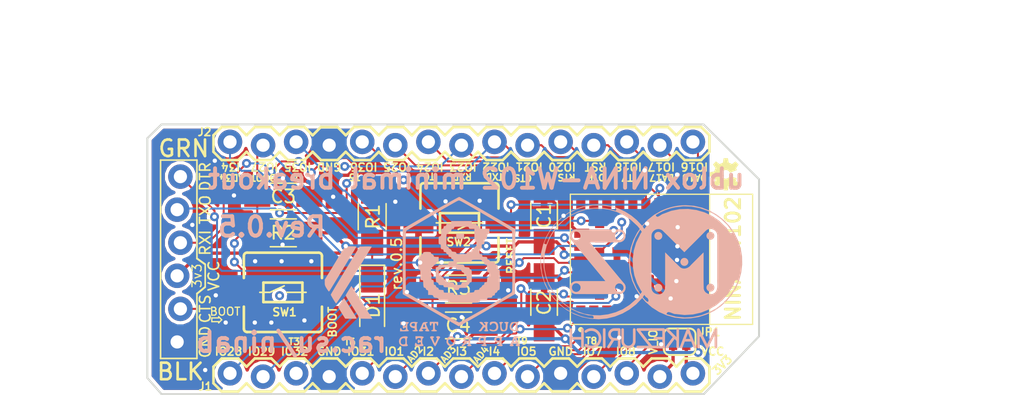
<source format=kicad_pcb>
(kicad_pcb (version 4) (host pcbnew 4.0.7-e2-6376~60~ubuntu17.10.1)
  (title_block (title "ublox NINA-W102 minimal breakout") (date 2018-05-21) (rev 0.5) (company "GDG Zürich") (comment 1 "Michel Racic"))
  (layers (0 F.Cu signal hide) (31 B.Cu signal hide) (34 B.Paste user) (35 F.Paste user) (36 B.SilkS user hide) (37 F.SilkS user) (38 B.Mask user) (39 F.Mask user) (44 Edge.Cuts user))
  (net 0 "")
  (net 1 +3V3)
  (net 2 GND)
  (net 3 CTS)
  (net 4 DTR)
  (net 5 "Net-(D1-Pad1)")
  (net 6 "Net-(J1-Pad1)")
  (net 7 "Net-(J1-Pad2)")
  (net 8 "Net-(J1-Pad3)")
  (net 9 "Net-(J1-Pad5)")
  (net 10 "Net-(J1-Pad6)")
  (net 11 "Net-(J1-Pad7)")
  (net 12 "Net-(J1-Pad8)")
  (net 13 "Net-(J1-Pad9)")
  (net 14 "Net-(J1-Pad10)")
  (net 15 "Net-(J1-Pad12)")
  (net 16 "Net-(J1-Pad13)")
  (net 17 "Net-(J2-Pad1)")
  (net 18 "Net-(J2-Pad3)")
  (net 19 "Net-(J2-Pad5)")
  (net 20 "Net-(J2-Pad6)")
  (net 21 "Net-(J2-Pad7)")
  (net 22 RXD)
  (net 23 TXD)
  (net 24 "Net-(J2-Pad10)")
  (net 25 "Net-(J2-Pad11)")
  (net 26 "Net-(J2-Pad13)")
  (net 27 "Net-(J2-Pad14)")
  (net 28 "Net-(J2-Pad15)")
  (net 29 "Net-(U1-Pad11)")
  (net 30 "Net-(U1-Pad13)")
  (net 31 "Net-(U1-Pad15)")
  (net 32 "Net-(U1-Pad33)")
  (net 33 +1V8)
  (module lib:DuckTapeApproved-MIT (layer B.Cu) (at 128 107.6 180)
    (fp_text reference G*** hide)
    (fp_text value LOGO hide)
  )
  (module switchessilicone:TACTILE_SWITCH_SMD_6.0X6.0MM (layer F.Cu) (at 128.1176 103.632 180)
    (fp_text reference SW2 (at 0.0635 -1.4605 180) (layer F.SilkS) (effects (font (size 0.6096 0.6096) (thickness 0.127))))
    (fp_text value RESET (at -3.9624 -2.54 270) (layer F.SilkS) (effects (font (size 0.6096 0.6096) (thickness 0.127))))
    (pad 1 smd rect (at -3.1496 0) (size 2.2987 1.59766) (layers F.Cu F.Paste F.Mask) (net 4 DTR))
    (pad 2 smd rect (at 3.1496 0) (size 2.2987 1.59766) (layers F.Cu F.Paste F.Mask) (net 2 GND))
  )
  (module switchessilicone:TACTILE_SWITCH_SMD_6.0X6.0MM (layer F.Cu) (at 114.554 108.966)
    (fp_text reference SW1 (at 0.127 1.524) (layer F.SilkS) (effects (font (size 0.6096 0.6096) (thickness 0.127))))
    (fp_text value BOOT (at 3.81 2.286 90) (layer F.SilkS) (effects (font (size 0.6096 0.6096) (thickness 0.127))))
    (pad 1 smd rect (at -3.1496 0 180) (size 2.2987 1.59766) (layers F.Cu F.Paste F.Mask) (net 3 CTS))
    (pad 2 smd rect (at 3.1496 0 180) (size 2.2987 1.59766) (layers F.Cu F.Paste F.Mask) (net 2 GND))
  )
  (module 6_PIN_SERIAL_TARGET_SIDE_W_SILK (layer F.Cu) (at 106.68 106.426 270)
    (fp_text reference J3 hide)
    (fp_text value 6_PIN_SERIAL_TARGETLOCK hide)
    (fp_text user 3v3 (at 1.27 -1.27 270) (layer F.SilkS) (effects (font (size 0.7 0.7) (thickness 0.1))))
    (fp_text user GRN (at -8.509 -0.254 360) (layer F.SilkS) (effects (font (size 1.27 1.27) (thickness 0.2032))))
    (fp_text user BLK (at 8.636 0 360) (layer F.SilkS) (effects (font (size 1.27 1.27) (thickness 0.2032))))
    (fp_text user TXO (at -3.81 -1.905 270) (layer F.SilkS) (effects (font (size 0.8128 0.8128) (thickness 0.127))))
    (fp_text user RXI (at -1.27 -1.905 270) (layer F.SilkS) (effects (font (size 0.8128 0.8128) (thickness 0.127))))
    (fp_text user VCC (at 1.27 -2.5654 270) (layer F.SilkS) (effects (font (size 0.8128 0.8128) (thickness 0.127))))
    (fp_text user DTR (at -6.35 -1.905 270) (layer F.SilkS) (effects (font (size 0.8128 0.8128) (thickness 0.127))))
    (fp_text user GND (at 6.35 -1.905 270) (layer F.SilkS) (effects (font (size 0.8128 0.8128) (thickness 0.127))))
    (fp_text user CTS (at 3.81 -1.905 270) (layer F.SilkS) (effects (font (size 0.8128 0.8128) (thickness 0.127))))
    (pad DTR thru_hole circle (at -6.35 0 270) (size 1.8796 1.8796) (drill 1.016) (layers *.Cu *.Mask) (net 4 DTR))
    (pad TXO thru_hole circle (at -3.81 0.25 270) (size 1.8796 1.8796) (drill 1.016) (layers *.Cu *.Mask) (net 23 TXD))
    (pad RXI thru_hole circle (at -1.27 0 270) (size 1.8796 1.8796) (drill 1.016) (layers *.Cu *.Mask) (net 22 RXD))
    (pad VCC thru_hole circle (at 1.27 0.25 270) (size 1.8796 1.8796) (drill 1.016) (layers *.Cu *.Mask) (net 1 +3V3))
    (pad CTS thru_hole circle (at 3.81 0 270) (size 1.8796 1.8796) (drill 1.016) (layers *.Cu *.Mask) (net 3 CTS))
    (pad GND thru_hole circle (at 6.35 0.25 270) (size 1.8796 1.8796) (drill 1.016) (layers *.Cu *.Mask) (net 2 GND))
  )
  (module Capacitors_SMD:C_1206_HandSoldering (layer F.Cu) (at 134.62 103.092 90)
    (fp_text reference C1 (at 0 0 90) (layer F.SilkS))
    (fp_text value 100nF)
    (pad 1 smd rect (at -2 0 90) (size 2 1.6) (layers F.Cu F.Paste F.Mask) (net 33 +1V8))
    (pad 2 smd rect (at 2 0 90) (size 2 1.6) (layers F.Cu F.Paste F.Mask) (net 2 GND))
  )
  (module Capacitors_SMD:C_1206_HandSoldering (layer F.Cu) (at 134.62 109.728 90)
    (fp_text reference C2 (at -0.032 0 90) (layer F.SilkS))
    (fp_text value 100nF)
    (pad 1 smd rect (at -2 0 90) (size 2 1.6) (layers F.Cu F.Paste F.Mask) (net 1 +3V3))
    (pad 2 smd rect (at 2 0 90) (size 2 1.6) (layers F.Cu F.Paste F.Mask) (net 2 GND))
  )
  (module Capacitors_SMD:C_1206_HandSoldering (layer F.Cu) (at 114.586 101.6)
    (fp_text reference C3 (at 0 0) (layer F.SilkS))
    (fp_text value 1uF)
    (pad 1 smd rect (at -2 0) (size 2 1.6) (layers F.Cu F.Paste F.Mask) (net 3 CTS))
    (pad 2 smd rect (at 2 0) (size 2 1.6) (layers F.Cu F.Paste F.Mask) (net 2 GND))
  )
  (module Capacitors_SMD:C_1206_HandSoldering (layer F.Cu) (at 128.048 111.506)
    (fp_text reference C4 (at -0.032 0) (layer F.SilkS))
    (fp_text value 1uF)
    (pad 1 smd rect (at -2 0) (size 2 1.6) (layers F.Cu F.Paste F.Mask) (net 4 DTR))
    (pad 2 smd rect (at 2 0) (size 2 1.6) (layers F.Cu F.Paste F.Mask) (net 2 GND))
  )
  (module LEDs:LED_1206_HandSoldering (layer F.Cu) (at 121.412 109.982 270)
    (fp_text reference D1 (at 0 -0.0635 270) (layer F.SilkS))
    (fp_text value "PWR RED")
    (pad 1 smd rect (at -2 0 270) (size 2 1.7) (layers F.Cu F.Paste F.Mask) (net 5 "Net-(D1-Pad1)"))
    (pad 2 smd rect (at 2 0 270) (size 2 1.7) (layers F.Cu F.Paste F.Mask) (net 1 +3V3))
  )
  (module Resistors_SMD:R_1206_HandSoldering (layer F.Cu) (at 121.412 103.156 90)
    (fp_text reference R1 (at 0 0.0635 90) (layer F.SilkS))
    (fp_text value 1k)
    (pad 1 smd rect (at -2 0 90) (size 2 1.7) (layers F.Cu F.Paste F.Mask) (net 5 "Net-(D1-Pad1)"))
    (pad 2 smd rect (at 2 0 90) (size 2 1.7) (layers F.Cu F.Paste F.Mask) (net 2 GND))
  )
  (module Resistors_SMD:R_1206_HandSoldering (layer F.Cu) (at 114.586 104.394 180)
    (fp_text reference R2 (at 0 0 180) (layer F.SilkS))
    (fp_text value 10k)
    (pad 1 smd rect (at -2 0 180) (size 2 1.7) (layers F.Cu F.Paste F.Mask) (net 33 +1V8))
    (pad 2 smd rect (at 2 0 180) (size 2 1.7) (layers F.Cu F.Paste F.Mask) (net 3 CTS))
  )
  (module Resistors_SMD:R_1206_HandSoldering (layer F.Cu) (at 128.048 108.712 180)
    (fp_text reference R3 (at 0 0.0635 180) (layer F.SilkS))
    (fp_text value 10k)
    (pad 1 smd rect (at -2 0 180) (size 2 1.7) (layers F.Cu F.Paste F.Mask) (net 33 +1V8))
    (pad 2 smd rect (at 2 0 180) (size 2 1.7) (layers F.Cu F.Paste F.Mask) (net 4 DTR))
  )
  (module lib:NINA-W102 (layer F.Cu) (at 143.637 106.68)
    (fp_text reference U1 hide)
    (fp_text value NINA-W102 (at 5.5 -0.3 90) (layer F.SilkS) (effects (font (size 1.1 1.1) (thickness 0.22))))
    (pad 1 smd rect (at -6.2 3.875) (size 0.7 1.15) (layers F.Cu F.Paste F.Mask) (net 10 "Net-(J1-Pad6)"))
    (pad 2 smd rect (at -5.2 3.875) (size 0.7 1.15) (layers F.Cu F.Paste F.Mask) (net 11 "Net-(J1-Pad7)"))
    (pad 3 smd rect (at -4.2 3.875) (size 0.7 1.15) (layers F.Cu F.Paste F.Mask) (net 12 "Net-(J1-Pad8)"))
    (pad 4 smd rect (at -3.2 3.875) (size 0.7 1.15) (layers F.Cu F.Paste F.Mask) (net 13 "Net-(J1-Pad9)"))
    (pad 5 smd rect (at -2.2 3.875) (size 0.7 1.15) (layers F.Cu F.Paste F.Mask) (net 14 "Net-(J1-Pad10)"))
    (pad 6 smd rect (at -1.2 3.875) (size 0.7 1.15) (layers F.Cu F.Paste F.Mask) (net 2 GND))
    (pad 7 smd rect (at -0.2 3.875) (size 0.7 1.15) (layers F.Cu F.Paste F.Mask) (net 15 "Net-(J1-Pad12)"))
    (pad 8 smd rect (at 0.8 3.875) (size 0.7 1.15) (layers F.Cu F.Paste F.Mask) (net 16 "Net-(J1-Pad13)"))
    (pad 9 smd rect (at 1.8 3.875) (size 0.7 1.15) (layers F.Cu F.Paste F.Mask) (net 33 +1V8))
    (pad 10 smd rect (at 2.8 3.875) (size 0.7 1.15) (layers F.Cu F.Paste F.Mask) (net 1 +3V3))
    (pad 11 smd rect (at 2.725 1.75 90) (size 0.7 1.15) (layers F.Cu F.Paste F.Mask) (net 29 "Net-(U1-Pad11)"))
    (pad 12 smd rect (at 2.725 0.75 90) (size 0.7 1.15) (layers F.Cu F.Paste F.Mask) (net 2 GND))
    (pad 13 smd rect (at 2.725 -0.25 90) (size 0.7 1.15) (layers F.Cu F.Paste F.Mask) (net 30 "Net-(U1-Pad13)"))
    (pad 14 smd rect (at 2.725 -1.25 90) (size 0.7 1.15) (layers F.Cu F.Paste F.Mask) (net 2 GND))
    (pad 15 smd rect (at 2.725 -2.25 90) (size 0.7 1.15) (layers F.Cu F.Paste F.Mask) (net 31 "Net-(U1-Pad15)"))
    (pad 16 smd rect (at 2.8 -4.375) (size 0.7 1.15) (layers F.Cu F.Paste F.Mask) (net 28 "Net-(J2-Pad15)"))
    (pad 17 smd rect (at 1.8 -4.375) (size 0.7 1.15) (layers F.Cu F.Paste F.Mask) (net 27 "Net-(J2-Pad14)"))
    (pad 18 smd rect (at 0.8 -4.375) (size 0.7 1.15) (layers F.Cu F.Paste F.Mask) (net 26 "Net-(J2-Pad13)"))
    (pad 19 smd rect (at -0.2 -4.375) (size 0.7 1.15) (layers F.Cu F.Paste F.Mask) (net 4 DTR))
    (pad 20 smd rect (at -1.2 -4.375) (size 0.7 1.15) (layers F.Cu F.Paste F.Mask) (net 25 "Net-(J2-Pad11)"))
    (pad 21 smd rect (at -2.2 -4.375) (size 0.7 1.15) (layers F.Cu F.Paste F.Mask) (net 24 "Net-(J2-Pad10)"))
    (pad 22 smd rect (at -3.2 -4.375) (size 0.7 1.15) (layers F.Cu F.Paste F.Mask) (net 23 TXD))
    (pad 23 smd rect (at -4.2 -4.375) (size 0.7 1.15) (layers F.Cu F.Paste F.Mask) (net 22 RXD))
    (pad 24 smd rect (at -5.2 -4.375) (size 0.7 1.15) (layers F.Cu F.Paste F.Mask) (net 21 "Net-(J2-Pad7)"))
    (pad 25 smd rect (at -6.2 -4.375) (size 0.7 1.15) (layers F.Cu F.Paste F.Mask) (net 20 "Net-(J2-Pad6)"))
    (pad 26 smd rect (at -6.125 -2.25 90) (size 0.7 1.15) (layers F.Cu F.Paste F.Mask) (net 2 GND))
    (pad 27 smd rect (at -6.125 -1.25 90) (size 0.7 1.15) (layers F.Cu F.Paste F.Mask) (net 3 CTS))
    (pad 28 smd rect (at -6.125 -0.25 90) (size 0.7 1.15) (layers F.Cu F.Paste F.Mask) (net 6 "Net-(J1-Pad1)"))
    (pad 29 smd rect (at -6.125 0.75 90) (size 0.7 1.15) (layers F.Cu F.Paste F.Mask) (net 7 "Net-(J1-Pad2)"))
    (pad 30 smd rect (at -6.125 1.75 90) (size 0.7 1.15) (layers F.Cu F.Paste F.Mask) (net 2 GND))
    (pad 31 smd rect (at -4.75 2.5 90) (size 0.7 0.7) (layers F.Cu F.Paste F.Mask) (net 9 "Net-(J1-Pad5)"))
    (pad 32 smd rect (at -4.75 1.4 90) (size 0.7 0.7) (layers F.Cu F.Paste F.Mask) (net 8 "Net-(J1-Pad3)"))
    (pad 33 smd rect (at -4.75 0.3 90) (size 0.7 0.7) (layers F.Cu F.Paste F.Mask) (net 32 "Net-(U1-Pad33)"))
    (pad 34 smd rect (at -4.75 -0.8 90) (size 0.7 0.7) (layers F.Cu F.Paste F.Mask) (net 17 "Net-(J2-Pad1)"))
    (pad 35 smd rect (at -4.75 -1.9 90) (size 0.7 0.7) (layers F.Cu F.Paste F.Mask) (net 18 "Net-(J2-Pad3)"))
    (pad 36 smd rect (at -4.75 -3 90) (size 0.7 0.7) (layers F.Cu F.Paste F.Mask) (net 19 "Net-(J2-Pad5)"))
    (pad 37 smd rect (at -3.42 0.325 90) (size 0.7 0.7) (layers F.Cu F.Paste F.Mask) (net 2 GND))
    (pad 38 smd rect (at -3.42 -0.825 90) (size 0.7 0.7) (layers F.Cu F.Paste F.Mask) (net 2 GND))
    (pad 39 smd rect (at -2.27 1.475 90) (size 0.7 0.7) (layers F.Cu F.Paste F.Mask) (net 2 GND))
    (pad 40 smd rect (at -2.27 0.325 90) (size 0.7 0.7) (layers F.Cu F.Paste F.Mask) (net 2 GND))
    (pad 41 smd rect (at -2.27 -0.825 90) (size 0.7 0.7) (layers F.Cu F.Paste F.Mask) (net 2 GND))
    (pad 42 smd rect (at -2.27 -1.975 90) (size 0.7 0.7) (layers F.Cu F.Paste F.Mask) (net 2 GND))
    (pad 43 smd rect (at -1.12 0.325 90) (size 0.7 0.7) (layers F.Cu F.Paste F.Mask) (net 2 GND))
    (pad 44 smd rect (at -1.12 -0.825 90) (size 0.7 0.7) (layers F.Cu F.Paste F.Mask) (net 2 GND))
    (pad 45 smd rect (at 0.03 1.475 90) (size 0.7 0.7) (layers F.Cu F.Paste F.Mask) (net 2 GND))
    (pad 46 smd rect (at 0.03 0.325 90) (size 0.7 0.7) (layers F.Cu F.Paste F.Mask) (net 2 GND))
    (pad 47 smd rect (at 0.03 -0.825 90) (size 0.7 0.7) (layers F.Cu F.Paste F.Mask) (net 2 GND))
    (pad 48 smd rect (at 0.03 -1.975 90) (size 0.7 0.7) (layers F.Cu F.Paste F.Mask) (net 2 GND))
  )
  (module lib:BREADBOARD_SPACING_80mm (layer F.Cu) (at 95.6 106.4 90)
    (fp_text reference "" (at 0 0 90) (layer F.SilkS))
    (fp_text value "" (at 0 0 90) (layer F.SilkS))
  )
  (module Aesthetics:OSHW-LOGO-MINI (layer F.Cu) (at 148.5646 99.8982 90)
    (fp_text reference "" (at 0 0 90) (layer F.SilkS))
    (fp_text value "" (at 0 0 90) (layer F.SilkS))
  )
  (module lib:MakeZurich-15x11-silk (layer B.Cu) (at 142.0876 107.7468 180)
    (fp_text reference MakeZurich-15x11-silk hide)
    (fp_text value G*** hide)
  )
  (module lib:SMT-JUMPER_2_NC_TRACE_SILK (layer F.Cu) (at 145.034 112.7633)
    (fp_text reference JP1 (at 2.286 -0.7493) (layer F.SilkS) (effects (font (size 0.6096 0.6096) (thickness 0.127))))
    (fp_text value JUMPER-SMT_2_NC hide)
    (fp_line (start -0.508 0) (end 0.508 0) (layer F.Cu) (width 0.254))
    (pad 1 smd rect (at -0.508 0) (size 0.635 1.27) (layers F.Cu F.Mask) (net 33 +1V8))
    (pad 2 smd rect (at 0.508 0) (size 0.635 1.27) (layers F.Cu F.Mask) (net 1 +3V3))
  )
  (module lib:1X15_LOCK (layer F.Cu) (at 110.49 97.536)
    (fp_text reference J2 (at -1.9558 -0.889 180) (layer F.SilkS) (effects (font (size 0.6096 0.6096) (thickness 0.127))))
    (fp_text value Conn_01x15 hide)
    (pad 1 thru_hole circle (at 0 -0.127) (size 1.8796 1.8796) (drill 1.016) (layers *.Cu *.Mask) (net 17 "Net-(J2-Pad1)"))
    (pad 2 thru_hole circle (at 2.54 0.127) (size 1.8796 1.8796) (drill 1.016) (layers *.Cu *.Mask) (net 3 CTS))
    (pad 3 thru_hole circle (at 5.08 -0.127) (size 1.8796 1.8796) (drill 1.016) (layers *.Cu *.Mask) (net 18 "Net-(J2-Pad3)"))
    (pad 4 thru_hole circle (at 7.62 0.127) (size 1.8796 1.8796) (drill 1.016) (layers *.Cu *.Mask) (net 2 GND))
    (pad 5 thru_hole circle (at 10.16 -0.127) (size 1.8796 1.8796) (drill 1.016) (layers *.Cu *.Mask) (net 19 "Net-(J2-Pad5)"))
    (pad 6 thru_hole circle (at 12.7 0.127) (size 1.8796 1.8796) (drill 1.016) (layers *.Cu *.Mask) (net 20 "Net-(J2-Pad6)"))
    (pad 7 thru_hole circle (at 15.24 -0.127) (size 1.8796 1.8796) (drill 1.016) (layers *.Cu *.Mask) (net 21 "Net-(J2-Pad7)"))
    (pad 8 thru_hole circle (at 17.78 0.127) (size 1.8796 1.8796) (drill 1.016) (layers *.Cu *.Mask) (net 22 RXD))
    (pad 9 thru_hole circle (at 20.32 -0.127) (size 1.8796 1.8796) (drill 1.016) (layers *.Cu *.Mask) (net 23 TXD))
    (pad 10 thru_hole circle (at 22.86 0.127) (size 1.8796 1.8796) (drill 1.016) (layers *.Cu *.Mask) (net 24 "Net-(J2-Pad10)"))
    (pad 11 thru_hole circle (at 25.4 -0.127) (size 1.8796 1.8796) (drill 1.016) (layers *.Cu *.Mask) (net 25 "Net-(J2-Pad11)"))
    (pad 12 thru_hole circle (at 27.94 0.127) (size 1.8796 1.8796) (drill 1.016) (layers *.Cu *.Mask) (net 4 DTR))
    (pad 13 thru_hole circle (at 30.48 -0.127) (size 1.8796 1.8796) (drill 1.016) (layers *.Cu *.Mask) (net 26 "Net-(J2-Pad13)"))
    (pad 14 thru_hole circle (at 33.02 0.127) (size 1.8796 1.8796) (drill 1.016) (layers *.Cu *.Mask) (net 27 "Net-(J2-Pad14)"))
    (pad 15 thru_hole circle (at 35.56 -0.127) (size 1.8796 1.8796) (drill 1.016) (layers *.Cu *.Mask) (net 28 "Net-(J2-Pad15)"))
  )
  (module lib:1X15_LOCK (layer F.Cu) (at 110.49 115.316)
    (fp_text reference J1 (at -1.89 0.884 180) (layer F.SilkS) (effects (font (size 0.6096 0.6096) (thickness 0.127))))
    (fp_text value Conn_01x15 hide)
    (pad 1 thru_hole circle (at 0 -0.127) (size 1.8796 1.8796) (drill 1.016) (layers *.Cu *.Mask) (net 6 "Net-(J1-Pad1)"))
    (pad 2 thru_hole circle (at 2.54 0.127) (size 1.8796 1.8796) (drill 1.016) (layers *.Cu *.Mask) (net 7 "Net-(J1-Pad2)"))
    (pad 3 thru_hole circle (at 5.08 -0.127) (size 1.8796 1.8796) (drill 1.016) (layers *.Cu *.Mask) (net 8 "Net-(J1-Pad3)"))
    (pad 4 thru_hole circle (at 7.62 0.127) (size 1.8796 1.8796) (drill 1.016) (layers *.Cu *.Mask) (net 2 GND))
    (pad 5 thru_hole circle (at 10.16 -0.127) (size 1.8796 1.8796) (drill 1.016) (layers *.Cu *.Mask) (net 9 "Net-(J1-Pad5)"))
    (pad 6 thru_hole circle (at 12.7 0.127) (size 1.8796 1.8796) (drill 1.016) (layers *.Cu *.Mask) (net 10 "Net-(J1-Pad6)"))
    (pad 7 thru_hole circle (at 15.24 -0.127) (size 1.8796 1.8796) (drill 1.016) (layers *.Cu *.Mask) (net 11 "Net-(J1-Pad7)"))
    (pad 8 thru_hole circle (at 17.78 0.127) (size 1.8796 1.8796) (drill 1.016) (layers *.Cu *.Mask) (net 12 "Net-(J1-Pad8)"))
    (pad 9 thru_hole circle (at 20.32 -0.127) (size 1.8796 1.8796) (drill 1.016) (layers *.Cu *.Mask) (net 13 "Net-(J1-Pad9)"))
    (pad 10 thru_hole circle (at 22.86 0.127) (size 1.8796 1.8796) (drill 1.016) (layers *.Cu *.Mask) (net 14 "Net-(J1-Pad10)"))
    (pad 11 thru_hole circle (at 25.4 -0.127) (size 1.8796 1.8796) (drill 1.016) (layers *.Cu *.Mask) (net 2 GND))
    (pad 12 thru_hole circle (at 27.94 0.127) (size 1.8796 1.8796) (drill 1.016) (layers *.Cu *.Mask) (net 15 "Net-(J1-Pad12)"))
    (pad 13 thru_hole circle (at 30.48 -0.127) (size 1.8796 1.8796) (drill 1.016) (layers *.Cu *.Mask) (net 16 "Net-(J1-Pad13)"))
    (pad 14 thru_hole circle (at 33.02 0.127) (size 1.8796 1.8796) (drill 1.016) (layers *.Cu *.Mask) (net 33 +1V8))
    (pad 15 thru_hole circle (at 35.56 -0.127) (size 1.8796 1.8796) (drill 1.016) (layers *.Cu *.Mask) (net 1 +3V3))
  )
  (module lib:GDG-logo-mono-withouttext-h5.6 (layer B.Cu) (at 119.6 108.2 180)
    (fp_text reference G*** hide)
    (fp_text value LOGO hide)
  )
  (gr_text rac.su/ninab (at 115.2 112.8) (layer B.SilkS) (effects (font (size 1.5 1.5) (thickness 0.3)) (justify mirror)))
  (gr_text Rev.0.5 (at 113.6904 103.9368) (layer B.SilkS) (effects (font (size 1.5 1.5) (thickness 0.3)) (justify mirror)))
  (gr_text "ublox NINA-W102 minimal breakout" (at 129.413 100.2538) (layer B.SilkS) (effects (font (size 1.5 1.5) (thickness 0.3)) (justify mirror)))
  (gr_text ⇨ (at 110.1598 110.998) (layer F.SilkS) (effects (font (size 1 1) (thickness 0.1)) (justify right)))
  (gr_text BOOT (at 111.3536 110.4392) (layer F.SilkS) (effects (font (size 0.6096 0.6096) (thickness 0.1)) (justify right)))
  (gr_text CTS (at 132.2324 100.1776 180) (layer F.SilkS) (effects (font (size 0.5 0.5) (thickness 0.12)) (justify right)))
  (gr_text AD34 (at 109.601 100.1522 180) (layer F.SilkS) (effects (font (size 0.5 0.5) (thickness 0.12)) (justify right)))
  (gr_text T5 (at 119.5578 100.1014 180) (layer F.SilkS) (effects (font (size 0.5 0.5) (thickness 0.12)) (justify right)))
  (gr_text T4 (at 115.189 100.076 180) (layer F.SilkS) (effects (font (size 0.5 0.5) (thickness 0.12)) (justify right)))
  (gr_text T3 (at 115.9256 112.7506) (layer F.SilkS) (effects (font (size 0.5 0.5) (thickness 0.12)) (justify right)))
  (gr_text T6 (at 120.2182 112.776) (layer F.SilkS) (effects (font (size 0.5 0.5) (thickness 0.12)) (justify right)))
  (gr_text T0 (at 125.2728 100.0506 180) (layer F.SilkS) (effects (font (size 0.5 0.5) (thickness 0.12)) (justify right)))
  (gr_text RTS (at 135.5852 100.1268 180) (layer F.SilkS) (effects (font (size 0.5 0.5) (thickness 0.12)) (justify right)))
  (gr_text T7 (at 140.4874 100.1522 180) (layer F.SilkS) (effects (font (size 0.5 0.5) (thickness 0.12)) (justify right)))
  (gr_text DA17 (at 142.6464 100.1522 180) (layer F.SilkS) (effects (font (size 0.5 0.5) (thickness 0.12)) (justify right)))
  (gr_text DA16 (at 145.161 100.1522 180) (layer F.SilkS) (effects (font (size 0.5 0.5) (thickness 0.12)) (justify right)))
  (gr_text AD4 (at 130.2766 113.157 50) (layer F.SilkS) (effects (font (size 0.5 0.5) (thickness 0.12)) (justify right)))
  (gr_text AD3 (at 127.762 113.1316 50) (layer F.SilkS) (effects (font (size 0.5 0.5) (thickness 0.12)) (justify right)))
  (gr_text AD2 (at 125.1966 113.1062 50) (layer F.SilkS) (effects (font (size 0.5 0.5) (thickness 0.12)) (justify right)))
  (gr_text T9 (at 133.4262 112.6998) (layer F.SilkS) (effects (font (size 0.5 0.5) (thickness 0.12)) (justify right)))
  (gr_text T8 (at 138.7602 112.6998) (layer F.SilkS) (effects (font (size 0.5 0.5) (thickness 0.12)) (justify right)))
  (gr_text BOOT (at 112.014 100.1522 180) (layer F.SilkS) (effects (font (size 0.5 0.5) (thickness 0.12)) (justify right)))
  (gr_text DTR (at 137.8204 100.1268 180) (layer F.SilkS) (effects (font (size 0.5 0.5) (thickness 0.12)) (justify right)))
  (gr_text rev.0.5 (at 123.2916 106.7816 90) (layer F.SilkS) (effects (font (size 0.8 0.8) (thickness 0.127))))
  (gr_line (start 151.13 112.3442) (end 146.8882 116.7892) (layer Edge.Cuts) (width 0.15))
  (gr_line (start 151.13 100.2792) (end 151.13 112.3442) (layer Edge.Cuts) (width 0.15))
  (gr_line (start 146.8628 96.0628) (end 151.13 100.2792) (layer Edge.Cuts) (width 0.15))
  (gr_line (start 105.2322 96.0628) (end 146.8628 96.0628) (layer Edge.Cuts) (width 0.15))
  (gr_line (start 104.14 97.1296) (end 105.2322 96.0628) (layer Edge.Cuts) (width 0.15))
  (gr_line (start 104.14 115.5446) (end 104.14 97.1296) (layer Edge.Cuts) (width 0.15))
  (gr_line (start 105.2322 116.7892) (end 104.14 115.5446) (layer Edge.Cuts) (width 0.15))
  (gr_line (start 146.8882 116.7892) (end 105.2322 116.7892) (layer Edge.Cuts) (width 0.15))
  (gr_text TXD (at 130.048 100.076 180) (layer F.SilkS) (effects (font (size 0.5 0.5) (thickness 0.12)) (justify right)))
  (gr_text RXD (at 127.508 100.076 180) (layer F.SilkS) (effects (font (size 0.5 0.5) (thickness 0.12)) (justify right)))
  (gr_text IO16 (at 145.034 99.314 180) (layer F.SilkS) (effects (font (size 0.6096 0.6096) (thickness 0.127)) (justify right)))
  (gr_text IO17 (at 142.494 99.314 180) (layer F.SilkS) (effects (font (size 0.6096 0.6096) (thickness 0.127)) (justify right)))
  (gr_text IO18 (at 139.954 99.314 180) (layer F.SilkS) (effects (font (size 0.6096 0.6096) (thickness 0.127)) (justify right)))
  (gr_text RST (at 137.668 99.314 180) (layer F.SilkS) (effects (font (size 0.6096 0.6096) (thickness 0.127)) (justify right)))
  (gr_text IO20 (at 134.874 99.314 180) (layer F.SilkS) (effects (font (size 0.6096 0.6096) (thickness 0.127)) (justify right)))
  (gr_text IO21 (at 132.334 99.314 180) (layer F.SilkS) (effects (font (size 0.6096 0.6096) (thickness 0.127)) (justify right)))
  (gr_text IO22 (at 129.794 99.314 180) (layer F.SilkS) (effects (font (size 0.6096 0.6096) (thickness 0.127)) (justify right)))
  (gr_text IO23 (at 127.254 99.314 180) (layer F.SilkS) (effects (font (size 0.6096 0.6096) (thickness 0.127)) (justify right)))
  (gr_text IO24 (at 124.714 99.314 180) (layer F.SilkS) (effects (font (size 0.6096 0.6096) (thickness 0.127)) (justify right)))
  (gr_text IO25 (at 122.174 99.314 180) (layer F.SilkS) (effects (font (size 0.6096 0.6096) (thickness 0.127)) (justify right)))
  (gr_text IO36 (at 119.634 99.314 180) (layer F.SilkS) (effects (font (size 0.6096 0.6096) (thickness 0.127)) (justify right)))
  (gr_text GND (at 117.094 99.314 180) (layer F.SilkS) (effects (font (size 0.6096 0.6096) (thickness 0.127)) (justify right)))
  (gr_text IO35 (at 114.554 99.314 180) (layer F.SilkS) (effects (font (size 0.6096 0.6096) (thickness 0.127)) (justify right)))
  (gr_text IO27 (at 112.014 99.314 180) (layer F.SilkS) (effects (font (size 0.6096 0.6096) (thickness 0.127)) (justify right)))
  (gr_text I34 (at 109.728 99.314 180) (layer F.SilkS) (effects (font (size 0.6096 0.6096) (thickness 0.127)) (justify right)))
  (gr_text IO28 (at 111.506 113.5126) (layer F.SilkS) (effects (font (size 0.6096 0.6096) (thickness 0.127)) (justify right)))
  (gr_text IO29 (at 114.046 113.5126) (layer F.SilkS) (effects (font (size 0.6096 0.6096) (thickness 0.127)) (justify right)))
  (gr_text IO32 (at 116.586 113.5126) (layer F.SilkS) (effects (font (size 0.6096 0.6096) (thickness 0.127)) (justify right)))
  (gr_text GND (at 119.126 113.5126) (layer F.SilkS) (effects (font (size 0.6096 0.6096) (thickness 0.127)) (justify right)))
  (gr_text IO31 (at 121.666 113.5126) (layer F.SilkS) (effects (font (size 0.6096 0.6096) (thickness 0.127)) (justify right)))
  (gr_text IO1 (at 123.952 113.5126) (layer F.SilkS) (effects (font (size 0.6096 0.6096) (thickness 0.127)) (justify right)))
  (gr_text I2 (at 126.238 113.5126) (layer F.SilkS) (effects (font (size 0.6096 0.6096) (thickness 0.127)) (justify right)))
  (gr_text I3 (at 128.778 113.5126) (layer F.SilkS) (effects (font (size 0.6096 0.6096) (thickness 0.127)) (justify right)))
  (gr_text I4 (at 131.318 113.5126) (layer F.SilkS) (effects (font (size 0.6096 0.6096) (thickness 0.127)) (justify right)))
  (gr_text IO5 (at 134.112 113.5126) (layer F.SilkS) (effects (font (size 0.6096 0.6096) (thickness 0.127)) (justify right)))
  (gr_text IO7 (at 139.192 113.5126) (layer F.SilkS) (effects (font (size 0.6096 0.6096) (thickness 0.127)) (justify right)))
  (gr_text GND (at 136.906 113.5126) (layer F.SilkS) (effects (font (size 0.6096 0.6096) (thickness 0.127)) (justify right)))
  (gr_text IO8 (at 141.732 113.5126) (layer F.SilkS) (effects (font (size 0.6096 0.6096) (thickness 0.127)) (justify right)))
  (gr_text 3V3 (at 148.3106 114.554 45) (layer F.SilkS) (effects (font (size 0.6096 0.6096) (thickness 0.127))))
  (gr_text V_IO (at 143.002 112.776 90) (layer F.SilkS) (effects (font (size 0.6096 0.6096) (thickness 0.127))))
  (gr_text VCC (at 147.574 113.5126) (layer F.SilkS) (effects (font (size 0.6096 0.6096) (thickness 0.127))))
  (via (at 114.3 109.22) (size 0.6858) (drill 0.3302) (layers F.Cu B.Cu) (net 0))
  (segment (start 106.43 107.696) (end 108.169902 105.956098) (width 0.254) (layer F.Cu) (net 1))
  (segment (start 119.058329 105.956098) (end 119.923612 106.821381) (width 0.254) (layer F.Cu) (net 1))
  (segment (start 108.169902 105.956098) (end 119.058329 105.956098) (width 0.254) (layer F.Cu) (net 1))
  (via (at 136.242745 112.534656) (size 0.6858) (drill 0.3302) (layers F.Cu B.Cu) (net 1))
  (segment (start 136.585644 112.877555) (end 136.242745 112.534656) (width 0.254) (layer B.Cu) (net 1))
  (segment (start 137.299473 113.591384) (end 136.585644 112.877555) (width 0.254) (layer B.Cu) (net 1))
  (segment (start 135.436089 111.728) (end 135.899846 112.191757) (width 0.254) (layer F.Cu) (net 1))
  (segment (start 135.757812 112.534656) (end 136.242745 112.534656) (width 0.254) (layer B.Cu) (net 1))
  (segment (start 128.619272 112.534656) (end 135.757812 112.534656) (width 0.254) (layer B.Cu) (net 1))
  (segment (start 127.959193 112.35951) (end 128.444126 112.35951) (width 0.254) (layer B.Cu) (net 1))
  (segment (start 134.62 111.728) (end 135.436089 111.728) (width 0.254) (layer F.Cu) (net 1))
  (segment (start 135.899846 112.191757) (end 136.242745 112.534656) (width 0.254) (layer F.Cu) (net 1))
  (segment (start 128.444126 112.35951) (end 128.619272 112.534656) (width 0.254) (layer B.Cu) (net 1))
  (segment (start 146.439427 113.591384) (end 137.299473 113.591384) (width 0.254) (layer B.Cu) (net 1))
  (segment (start 121.412 111.982) (end 121.412 110.8296) (width 0.254) (layer F.Cu) (net 1))
  (segment (start 121.412 110.8296) (end 119.92071 109.33831) (width 0.254) (layer F.Cu) (net 1))
  (segment (start 119.92071 109.33831) (end 119.92071 106.827184) (width 0.254) (layer F.Cu) (net 1))
  (segment (start 127.567718 112.703652) (end 127.615051 112.703652) (width 0.1524) (layer F.Cu) (net 1))
  (segment (start 127.615051 112.703652) (end 127.959193 112.35951) (width 0.254) (layer F.Cu) (net 1))
  (via (at 127.959193 112.35951) (size 0.6858) (drill 0.3302) (layers F.Cu B.Cu) (net 1))
  (segment (start 146.437 113.572158) (end 146.445016 113.580174) (width 0.254) (layer F.Cu) (net 1))
  (segment (start 146.437 112.776) (end 146.437 113.572158) (width 0.254) (layer F.Cu) (net 1))
  (segment (start 146.437 112.776) (end 146.437 110.555) (width 0.254) (layer F.Cu) (net 1))
  (via (at 146.445016 113.580174) (size 0.6858) (drill 0.3302) (layers F.Cu B.Cu) (net 1))
  (segment (start 146.416897 112.766151) (end 146.414046 112.7633) (width 0.254) (layer F.Cu) (net 1))
  (segment (start 146.414046 112.7633) (end 145.542 112.7633) (width 0.254) (layer F.Cu) (net 1))
  (segment (start 121.412 111.982) (end 122.4144 111.982) (width 0.254) (layer F.Cu) (net 1))
  (segment (start 122.4144 111.982) (end 123.136052 112.703652) (width 0.254) (layer F.Cu) (net 1))
  (segment (start 123.136052 112.703652) (end 127.567718 112.703652) (width 0.254) (layer F.Cu) (net 1))
  (segment (start 127.567718 112.703652) (end 127.574228 112.697142) (width 0.254) (layer F.Cu) (net 1))
  (segment (start 146.437 110.877) (end 146.437 110.555) (width 0.254) (layer F.Cu) (net 1))
  (segment (start 145.542 112.7633) (end 145.542 114.681) (width 0.254) (layer F.Cu) (net 1))
  (segment (start 145.542 114.681) (end 146.05 115.189) (width 0.254) (layer F.Cu) (net 1))
  (segment (start 129.8956 101.4476) (end 129.8956 101.7016) (width 0.1524) (layer F.Cu) (net 2))
  (segment (start 129.8956 101.7016) (end 129.667 101.9302) (width 0.1524) (layer F.Cu) (net 2))
  (via (at 129.667 101.9302) (size 0.6858) (drill 0.3302) (layers F.Cu B.Cu) (net 2))
  (segment (start 126.9492 101.6) (end 126.9492 101.8794) (width 0.1524) (layer F.Cu) (net 2))
  (segment (start 126.9492 101.8794) (end 127.0508 101.981) (width 0.1524) (layer F.Cu) (net 2))
  (via (at 127.0508 101.981) (size 0.6858) (drill 0.3302) (layers F.Cu B.Cu) (net 2))
  (segment (start 123.19 102.0064) (end 123.19 101.6) (width 0.254) (layer F.Cu) (net 2))
  (segment (start 124.968 103.632) (end 124.61748 103.632) (width 0.1524) (layer F.Cu) (net 2))
  (segment (start 124.61748 103.632) (end 123.19 102.20452) (width 0.1524) (layer F.Cu) (net 2))
  (segment (start 123.19 102.20452) (end 123.19 102.0064) (width 0.1524) (layer F.Cu) (net 2))
  (via (at 123.19 102.0064) (size 0.6858) (drill 0.3302) (layers F.Cu B.Cu) (net 2))
  (segment (start 141.367 108.155) (end 141.367 108.9058) (width 0.1524) (layer F.Cu) (net 2))
  (segment (start 141.367 108.9058) (end 141.732 109.2708) (width 0.1524) (layer F.Cu) (net 2))
  (via (at 141.732 109.2708) (size 0.6858) (drill 0.3302) (layers F.Cu B.Cu) (net 2))
  (segment (start 144.8562 105.43) (end 144.8562 103.9876) (width 0.1524) (layer F.Cu) (net 2))
  (segment (start 144.8562 103.9876) (end 144.8816 103.9622) (width 0.1524) (layer F.Cu) (net 2))
  (via (at 144.8816 103.9622) (size 0.6858) (drill 0.3302) (layers F.Cu B.Cu) (net 2))
  (segment (start 146.362 105.43) (end 144.8562 105.43) (width 0.508) (layer F.Cu) (net 2))
  (segment (start 144.8562 105.43) (end 144.092 105.43) (width 0.508) (layer F.Cu) (net 2))
  (segment (start 144.8308 106.4768) (end 144.8308 105.4554) (width 0.1524) (layer F.Cu) (net 2))
  (segment (start 144.8308 105.4554) (end 144.8562 105.43) (width 0.1524) (layer F.Cu) (net 2))
  (via (at 144.8562 105.43) (size 0.6858) (drill 0.3302) (layers F.Cu B.Cu) (net 2))
  (segment (start 127.1016 101.4476) (end 129.8956 101.4476) (width 0.1524) (layer F.Cu) (net 2))
  (segment (start 129.8956 101.4476) (end 129.921 101.4222) (width 0.1524) (layer F.Cu) (net 2))
  (segment (start 123.317 101.6) (end 126.9492 101.6) (width 0.1524) (layer F.Cu) (net 2))
  (segment (start 126.9492 101.6) (end 127.1016 101.4476) (width 0.1524) (layer F.Cu) (net 2))
  (segment (start 124.079 108.9406) (end 131.73454 108.9406) (width 0.1524) (layer B.Cu) (net 2))
  (segment (start 131.73454 108.9406) (end 131.86154 108.8136) (width 0.1524) (layer B.Cu) (net 2))
  (via (at 131.86154 108.8136) (size 0.6858) (drill 0.3302) (layers F.Cu B.Cu) (net 2))
  (segment (start 123.825 111.3536) (end 124.3076 110.871) (width 0.1524) (layer B.Cu) (net 2))
  (segment (start 124.3076 110.871) (end 128.2954 110.871) (width 0.1524) (layer B.Cu) (net 2))
  (via (at 128.2954 110.871) (size 0.6858) (drill 0.3302) (layers F.Cu B.Cu) (net 2))
  (segment (start 124.079 108.9406) (end 124.079 111.0996) (width 0.1524) (layer F.Cu) (net 2))
  (segment (start 124.079 111.0996) (end 123.825 111.3536) (width 0.1524) (layer F.Cu) (net 2))
  (via (at 123.825 111.3536) (size 0.6858) (drill 0.3302) (layers F.Cu B.Cu) (net 2))
  (segment (start 105.3338 97.8916) (end 108.3564 97.8916) (width 0.1524) (layer F.Cu) (net 2))
  (segment (start 108.3564 97.8916) (end 109.3216 98.8568) (width 0.1524) (layer F.Cu) (net 2))
  (via (at 109.3216 98.8568) (size 0.6858) (drill 0.3302) (layers F.Cu B.Cu) (net 2))
  (segment (start 104.8258 98.3996) (end 105.3338 97.8916) (width 0.1524) (layer F.Cu) (net 2))
  (segment (start 104.8258 111.4298) (end 104.8258 98.3996) (width 0.1524) (layer F.Cu) (net 2))
  (segment (start 105.210799 111.814799) (end 104.8258 111.4298) (width 0.1524) (layer F.Cu) (net 2))
  (segment (start 105.283001 111.836201) (end 105.261599 111.814799) (width 0.1524) (layer F.Cu) (net 2))
  (segment (start 105.261599 111.814799) (end 105.210799 111.814799) (width 0.1524) (layer F.Cu) (net 2))
  (segment (start 106.43 112.776) (end 105.490201 111.836201) (width 0.1524) (layer F.Cu) (net 2))
  (segment (start 105.490201 111.836201) (end 105.283001 111.836201) (width 0.1524) (layer F.Cu) (net 2))
  (segment (start 114.4524 106.5784) (end 112.4204 106.5784) (width 0.1524) (layer B.Cu) (net 2))
  (via (at 112.4204 106.5784) (size 0.6858) (drill 0.3302) (layers F.Cu B.Cu) (net 2))
  (segment (start 116.7384 106.5784) (end 114.4524 106.5784) (width 0.1524) (layer F.Cu) (net 2))
  (via (at 114.4524 106.5784) (size 0.6858) (drill 0.3302) (layers F.Cu B.Cu) (net 2))
  (segment (start 116.7384 106.5784) (end 116.253467 106.5784) (width 0.1524) (layer F.Cu) (net 2))
  (segment (start 116.253467 106.5784) (end 116.151867 106.68) (width 0.1524) (layer F.Cu) (net 2))
  (segment (start 116.205 111.125) (end 114.935 109.855) (width 0.1524) (layer B.Cu) (net 2))
  (segment (start 114.935 109.855) (end 114.935 109.22) (width 0.1524) (layer B.Cu) (net 2))
  (segment (start 113.665 111.288369) (end 116.041631 111.288369) (width 0.1524) (layer F.Cu) (net 2))
  (segment (start 116.041631 111.288369) (end 116.205 111.125) (width 0.1524) (layer F.Cu) (net 2))
  (via (at 116.205 111.125) (size 0.6858) (drill 0.3302) (layers F.Cu B.Cu) (net 2))
  (segment (start 114.079481 111.288369) (end 113.665 111.288369) (width 0.1524) (layer F.Cu) (net 2))
  (segment (start 112.395 111.288369) (end 113.665 111.288369) (width 0.1524) (layer F.Cu) (net 2))
  (via (at 113.665 111.288369) (size 0.6858) (drill 0.3302) (layers F.Cu B.Cu) (net 2))
  (via (at 112.395 111.288369) (size 0.6858) (drill 0.3302) (layers F.Cu B.Cu) (net 2))
  (segment (start 110.157864 111.288369) (end 112.395 111.288369) (width 0.1524) (layer F.Cu) (net 2))
  (segment (start 110.157864 111.288369) (end 110.157864 113.362136) (width 0.1524) (layer F.Cu) (net 2))
  (segment (start 110.157864 113.362136) (end 108.585 114.935) (width 0.1524) (layer F.Cu) (net 2))
  (via (at 108.585 114.935) (size 0.6858) (drill 0.3302) (layers F.Cu B.Cu) (net 2))
  (segment (start 144.8308 99.9236) (end 142.6718 99.9236) (width 0.1524) (layer B.Cu) (net 2))
  (segment (start 142.6718 99.9236) (end 142.3416 99.5934) (width 0.1524) (layer B.Cu) (net 2))
  (via (at 142.3416 99.5934) (size 0.6858) (drill 0.3302) (layers F.Cu B.Cu) (net 2))
  (segment (start 144.7292 103.3526) (end 144.8308 103.251) (width 0.1524) (layer B.Cu) (net 2))
  (segment (start 144.8308 103.251) (end 144.8308 99.9236) (width 0.1524) (layer B.Cu) (net 2))
  (via (at 144.8308 99.9236) (size 0.6858) (drill 0.3302) (layers F.Cu B.Cu) (net 2))
  (segment (start 143.353228 103.3526) (end 144.7292 103.3526) (width 0.1524) (layer B.Cu) (net 2))
  (segment (start 142.528598 103.692297) (end 143.013531 103.692297) (width 0.1524) (layer B.Cu) (net 2))
  (segment (start 143.013531 103.692297) (end 143.353228 103.3526) (width 0.1524) (layer B.Cu) (net 2))
  (segment (start 142.528598 103.692297) (end 142.871497 103.349398) (width 0.1524) (layer B.Cu) (net 2))
  (segment (start 142.871497 103.349398) (end 144.148202 103.349398) (width 0.1524) (layer B.Cu) (net 2))
  (segment (start 143.4592 112.4458) (end 143.4592 112.8014) (width 0.1524) (layer B.Cu) (net 2))
  (via (at 143.6116 112.9538) (size 0.6858) (drill 0.3302) (layers F.Cu B.Cu) (net 2))
  (segment (start 143.4592 112.8014) (end 143.6116 112.9538) (width 0.1524) (layer B.Cu) (net 2))
  (segment (start 140.3858 112.4458) (end 143.4592 112.4458) (width 0.1524) (layer B.Cu) (net 2))
  (segment (start 108.4326 104.3686) (end 107.8484 103.7844) (width 0.1524) (layer B.Cu) (net 2))
  (segment (start 107.8484 103.7844) (end 107.5944 103.7844) (width 0.1524) (layer B.Cu) (net 2))
  (via (at 107.5944 103.7844) (size 0.6858) (drill 0.3302) (layers F.Cu B.Cu) (net 2))
  (segment (start 108.4326 107.744467) (end 108.4326 104.3686) (width 0.1524) (layer B.Cu) (net 2))
  (segment (start 109.3978 109.1946) (end 109.3978 108.709667) (width 0.1524) (layer B.Cu) (net 2))
  (segment (start 109.3978 108.709667) (end 108.4326 107.744467) (width 0.1524) (layer B.Cu) (net 2))
  (segment (start 109.3978 109.1946) (end 109.3978 108.1786) (width 0.1524) (layer B.Cu) (net 2))
  (segment (start 109.3978 109.1946) (end 108.2294 108.0262) (width 0.1524) (layer F.Cu) (net 2))
  (segment (start 104.9782 98.552) (end 107.823 98.552) (width 0.1524) (layer B.Cu) (net 2))
  (segment (start 107.823 98.552) (end 110.7948 101.5238) (width 0.1524) (layer B.Cu) (net 2))
  (via (at 110.7948 101.5238) (size 0.6858) (drill 0.3302) (layers F.Cu B.Cu) (net 2))
  (segment (start 104.9528 98.5774) (end 104.9782 98.552) (width 0.1524) (layer B.Cu) (net 2))
  (segment (start 104.9528 111.2988) (end 104.9528 98.5774) (width 0.1524) (layer B.Cu) (net 2))
  (segment (start 106.43 112.776) (end 104.9528 111.2988) (width 0.1524) (layer B.Cu) (net 2))
  (segment (start 124.968 103.632) (end 124.968 104.8766) (width 0.1524) (layer F.Cu) (net 2))
  (segment (start 124.968 104.8766) (end 126.746 106.6546) (width 0.1524) (layer F.Cu) (net 2))
  (via (at 126.746 106.6546) (size 0.6858) (drill 0.3302) (layers F.Cu B.Cu) (net 2))
  (segment (start 144.8308 106.4768) (end 144.8308 108.0516) (width 0.1524) (layer B.Cu) (net 2))
  (segment (start 144.8308 108.0516) (end 144.78 108.1024) (width 0.1524) (layer B.Cu) (net 2))
  (via (at 144.78 108.1024) (size 0.6858) (drill 0.3302) (layers F.Cu B.Cu) (net 2))
  (segment (start 143.667 105.855) (end 143.667 106.3574) (width 0.1524) (layer F.Cu) (net 2))
  (segment (start 143.667 106.3574) (end 143.7864 106.4768) (width 0.1524) (layer F.Cu) (net 2))
  (segment (start 143.7864 106.4768) (end 144.8308 106.4768) (width 0.1524) (layer F.Cu) (net 2))
  (via (at 144.8308 106.4768) (size 0.6858) (drill 0.3302) (layers F.Cu B.Cu) (net 2))
  (segment (start 116.786 101.6) (end 116.586 101.6) (width 0.254) (layer F.Cu) (net 2))
  (segment (start 118.412289 99.973711) (end 116.786 101.6) (width 0.254) (layer F.Cu) (net 2))
  (segment (start 119.92543 99.604059) (end 119.555778 99.973711) (width 0.254) (layer F.Cu) (net 2))
  (segment (start 119.92543 99.013227) (end 119.92543 99.604059) (width 0.254) (layer F.Cu) (net 2))
  (segment (start 119.049799 98.602799) (end 119.100501 98.602799) (width 0.254) (layer F.Cu) (net 2))
  (segment (start 121.412 101.006) (end 121.412 100.499797) (width 0.254) (layer F.Cu) (net 2))
  (segment (start 119.555778 99.973711) (end 118.412289 99.973711) (width 0.254) (layer F.Cu) (net 2))
  (segment (start 119.159715 98.602799) (end 119.205771 98.602799) (width 0.254) (layer F.Cu) (net 2))
  (segment (start 119.100501 98.602799) (end 119.159715 98.602799) (width 0.254) (layer F.Cu) (net 2))
  (segment (start 119.205771 98.602799) (end 119.251826 98.602799) (width 0.254) (layer F.Cu) (net 2))
  (segment (start 119.251826 98.602799) (end 119.515002 98.602799) (width 0.254) (layer F.Cu) (net 2))
  (segment (start 121.412 100.499797) (end 119.515002 98.602799) (width 0.254) (layer F.Cu) (net 2))
  (segment (start 119.515002 98.602799) (end 119.92543 99.013227) (width 0.254) (layer F.Cu) (net 2))
  (segment (start 124.968 103.632) (end 124.968 104.58323) (width 0.1524) (layer F.Cu) (net 2))
  (via (at 124.079 108.9406) (size 0.6858) (drill 0.3302) (layers F.Cu B.Cu) (net 2))
  (segment (start 124.968 104.58323) (end 124.079 105.47223) (width 0.1524) (layer F.Cu) (net 2))
  (segment (start 124.079 105.47223) (end 124.079 108.9406) (width 0.1524) (layer F.Cu) (net 2))
  (segment (start 141.3002 112.5208) (end 139.927389 113.893611) (width 0.254) (layer F.Cu) (net 2))
  (segment (start 142.437 111.384) (end 141.3002 112.5208) (width 0.254) (layer F.Cu) (net 2))
  (segment (start 141.3002 112.5208) (end 140.4608 112.5208) (width 0.1524) (layer F.Cu) (net 2))
  (segment (start 140.4608 112.5208) (end 140.3858 112.4458) (width 0.1524) (layer F.Cu) (net 2))
  (via (at 140.3858 112.4458) (size 0.6858) (drill 0.3302) (layers F.Cu B.Cu) (net 2))
  (segment (start 116.586 101.6) (end 116.386 101.6) (width 0.1524) (layer F.Cu) (net 2))
  (segment (start 116.386 101.6) (end 114.989 100.203) (width 0.1524) (layer F.Cu) (net 2))
  (segment (start 114.989 100.203) (end 114.554 100.203) (width 0.1524) (layer F.Cu) (net 2))
  (via (at 114.554 100.203) (size 0.6858) (drill 0.3302) (layers F.Cu B.Cu) (net 2))
  (segment (start 116.586 101.6) (end 118.3894 101.6) (width 0.1524) (layer F.Cu) (net 2))
  (segment (start 118.3894 101.6) (end 118.4148 101.6254) (width 0.1524) (layer F.Cu) (net 2))
  (via (at 118.4148 101.6254) (size 0.6858) (drill 0.3302) (layers F.Cu B.Cu) (net 2))
  (segment (start 109.478 109.728) (end 109.478 109.2748) (width 0.1524) (layer B.Cu) (net 2))
  (segment (start 109.478 109.2748) (end 109.3978 109.1946) (width 0.1524) (layer B.Cu) (net 2))
  (via (at 109.3978 109.1946) (size 0.6858) (drill 0.3302) (layers F.Cu B.Cu) (net 2))
  (segment (start 106.43 112.776) (end 109.478 109.728) (width 0.1524) (layer B.Cu) (net 2))
  (segment (start 121.412 101.156) (end 122.873 101.156) (width 0.1524) (layer F.Cu) (net 2))
  (segment (start 122.873 101.156) (end 123.317 101.6) (width 0.1524) (layer F.Cu) (net 2))
  (segment (start 116.40185 108.966) (end 114.079481 111.288369) (width 0.1524) (layer F.Cu) (net 2))
  (via (at 110.157864 111.288369) (size 0.6858) (drill 0.3302) (layers F.Cu B.Cu) (net 2))
  (via (at 114.5286 105.3084) (size 0.6858) (drill 0.3302) (layers F.Cu B.Cu) (net 2))
  (segment (start 116.7384 106.5784) (end 115.4684 105.3084) (width 0.1524) (layer B.Cu) (net 2))
  (segment (start 115.4684 105.3084) (end 114.5286 105.3084) (width 0.1524) (layer B.Cu) (net 2))
  (segment (start 117.7036 108.966) (end 117.7036 107.5436) (width 0.1524) (layer F.Cu) (net 2))
  (segment (start 117.7036 107.5436) (end 116.7384 106.5784) (width 0.1524) (layer F.Cu) (net 2))
  (via (at 116.7384 106.5784) (size 0.6858) (drill 0.3302) (layers F.Cu B.Cu) (net 2))
  (segment (start 117.7036 108.966) (end 117.7036 108.015172) (width 0.254) (layer F.Cu) (net 2))
  (segment (start 117.7036 108.015172) (end 118.827758 106.891014) (width 0.254) (layer F.Cu) (net 2))
  (segment (start 118.827758 106.891014) (end 119.447709 107.510964) (width 0.254) (layer F.Cu) (net 2))
  (segment (start 119.447709 107.510964) (end 119.447709 112.564267) (width 0.254) (layer F.Cu) (net 2))
  (segment (start 119.447709 112.564267) (end 120.218221 113.334779) (width 0.254) (layer F.Cu) (net 2))
  (segment (start 136.110661 103.083229) (end 136.45356 102.74033) (width 0.254) (layer B.Cu) (net 2))
  (segment (start 136.45356 102.74033) (end 141.573282 102.74033) (width 0.254) (layer B.Cu) (net 2))
  (segment (start 141.573282 102.74033) (end 142.549373 103.716421) (width 0.254) (layer B.Cu) (net 2))
  (segment (start 142.518893 108.100504) (end 142.518893 103.726581) (width 0.508) (layer F.Cu) (net 2))
  (segment (start 143.666984 108.054783) (end 143.667 108.054767) (width 0.508) (layer F.Cu) (net 2))
  (segment (start 143.667 108.054767) (end 143.667 105.855) (width 0.508) (layer F.Cu) (net 2))
  (segment (start 142.437 110.555) (end 142.437 109.21499) (width 0.254) (layer F.Cu) (net 2))
  (segment (start 142.437 109.21499) (end 141.323227 108.101217) (width 0.254) (layer F.Cu) (net 2))
  (via (at 142.528598 103.692297) (size 0.6858) (drill 0.3302) (layers F.Cu B.Cu) (net 2))
  (segment (start 136.110661 102.782661) (end 136.110661 103.083229) (width 0.254) (layer F.Cu) (net 2))
  (segment (start 134.62 101.292) (end 136.110661 102.782661) (width 0.254) (layer F.Cu) (net 2))
  (segment (start 134.62 101.092) (end 134.62 101.292) (width 0.254) (layer F.Cu) (net 2))
  (segment (start 137.512 104.43) (end 137.287 104.43) (width 0.254) (layer F.Cu) (net 2))
  (segment (start 137.287 104.43) (end 136.110661 103.253661) (width 0.254) (layer F.Cu) (net 2))
  (segment (start 136.110661 103.253661) (end 136.110661 103.083229) (width 0.254) (layer F.Cu) (net 2))
  (via (at 136.110661 103.083229) (size 0.6858) (drill 0.3302) (layers F.Cu B.Cu) (net 2))
  (segment (start 135.986542 108.040542) (end 135.674 107.728) (width 0.254) (layer F.Cu) (net 2))
  (segment (start 136.424533 108.040542) (end 135.986542 108.040542) (width 0.254) (layer F.Cu) (net 2))
  (segment (start 136.813991 108.43) (end 136.424533 108.040542) (width 0.254) (layer F.Cu) (net 2))
  (segment (start 137.512 108.43) (end 136.813991 108.43) (width 0.254) (layer F.Cu) (net 2))
  (segment (start 135.674 107.728) (end 134.62 107.728) (width 0.254) (layer F.Cu) (net 2))
  (segment (start 130.048 111.506) (end 131.2004 111.506) (width 0.254) (layer F.Cu) (net 2))
  (segment (start 131.86154 110.84486) (end 131.86154 107.728) (width 0.254) (layer F.Cu) (net 2))
  (segment (start 131.2004 111.506) (end 131.86154 110.84486) (width 0.254) (layer F.Cu) (net 2))
  (segment (start 131.86154 107.728) (end 133.6676 107.728) (width 0.254) (layer F.Cu) (net 2))
  (segment (start 133.6676 107.728) (end 134.62 107.728) (width 0.254) (layer F.Cu) (net 2))
  (segment (start 129.848 111.506) (end 130.048 111.506) (width 0.254) (layer F.Cu) (net 2))
  (segment (start 120.218221 113.334779) (end 120.243634 113.309366) (width 0.254) (layer F.Cu) (net 2))
  (segment (start 120.243634 113.309366) (end 126.244591 113.309366) (width 0.254) (layer F.Cu) (net 2))
  (segment (start 126.244591 113.309366) (end 126.401789 113.152168) (width 0.254) (layer F.Cu) (net 2))
  (segment (start 126.401789 113.152168) (end 128.201832 113.152168) (width 0.254) (layer F.Cu) (net 2))
  (segment (start 128.201832 113.152168) (end 129.848 111.506) (width 0.254) (layer F.Cu) (net 2))
  (segment (start 136.954766 115.189) (end 135.89 115.189) (width 0.254) (layer F.Cu) (net 2))
  (segment (start 138.250155 113.893611) (end 136.954766 115.189) (width 0.254) (layer F.Cu) (net 2))
  (segment (start 139.927389 113.893611) (end 138.250155 113.893611) (width 0.254) (layer F.Cu) (net 2))
  (segment (start 142.437 110.555) (end 142.437 111.384) (width 0.254) (layer F.Cu) (net 2))
  (segment (start 123.19 101.6) (end 122.746 101.156) (width 0.254) (layer F.Cu) (net 2))
  (segment (start 122.746 101.156) (end 121.412 101.156) (width 0.254) (layer F.Cu) (net 2))
  (segment (start 143.667 104.705) (end 141.367 104.705) (width 0.508) (layer F.Cu) (net 2))
  (segment (start 141.367 104.705) (end 141.367 105.855) (width 0.508) (layer F.Cu) (net 2))
  (segment (start 142.517 105.855) (end 141.367 105.855) (width 0.508) (layer F.Cu) (net 2))
  (segment (start 141.367 105.855) (end 140.217 105.855) (width 0.508) (layer F.Cu) (net 2))
  (segment (start 140.217 105.855) (end 140.217 107.005) (width 0.508) (layer F.Cu) (net 2))
  (segment (start 140.217 107.005) (end 141.367 107.005) (width 0.508) (layer F.Cu) (net 2))
  (segment (start 141.367 107.005) (end 142.517 107.005) (width 0.508) (layer F.Cu) (net 2))
  (segment (start 141.367 105.855) (end 141.367 107.005) (width 0.508) (layer F.Cu) (net 2))
  (segment (start 141.367 107.005) (end 141.367 108.155) (width 0.508) (layer F.Cu) (net 2))
  (segment (start 141.367 108.155) (end 143.667 108.155) (width 0.508) (layer F.Cu) (net 2))
  (segment (start 146.362 107.43) (end 144.092 107.43) (width 0.508) (layer F.Cu) (net 2))
  (segment (start 144.092 107.43) (end 143.667 107.005) (width 0.508) (layer F.Cu) (net 2))
  (segment (start 142.517 107.005) (end 143.667 107.005) (width 0.508) (layer F.Cu) (net 2))
  (segment (start 142.517 105.855) (end 143.667 105.855) (width 0.508) (layer F.Cu) (net 2))
  (segment (start 143.667 105.855) (end 143.667 104.705) (width 0.508) (layer F.Cu) (net 2))
  (segment (start 144.092 105.43) (end 143.667 105.855) (width 0.508) (layer F.Cu) (net 2))
  (segment (start 119.049799 98.602799) (end 118.11 97.663) (width 0.254) (layer F.Cu) (net 2))
  (segment (start 134.62 101.092) (end 128.905 101.092) (width 0.254) (layer F.Cu) (net 2))
  (segment (start 128.905 101.092) (end 121.476 101.092) (width 0.254) (layer F.Cu) (net 2))
  (segment (start 128.80975 101.092) (end 128.905 101.092) (width 0.254) (layer F.Cu) (net 2))
  (segment (start 117.7036 108.966) (end 116.40185 108.966) (width 0.254) (layer F.Cu) (net 2))
  (segment (start 116.40185 108.966) (end 112.59185 112.776) (width 0.254) (layer F.Cu) (net 2))
  (segment (start 112.59185 112.776) (end 107.759077 112.776) (width 0.254) (layer F.Cu) (net 2))
  (segment (start 107.759077 112.776) (end 106.43 112.776) (width 0.254) (layer F.Cu) (net 2))
  (segment (start 118.11 115.443) (end 120.218221 113.334779) (width 0.254) (layer F.Cu) (net 2))
  (segment (start 111.4336 104.394) (end 110.829219 104.998381) (width 0.1524) (layer F.Cu) (net 3))
  (segment (start 110.829219 104.998381) (end 110.829219 105.211739) (width 0.1524) (layer F.Cu) (net 3))
  (segment (start 112.586 104.394) (end 111.4336 104.394) (width 0.1524) (layer F.Cu) (net 3))
  (segment (start 110.828705 105.212253) (end 110.829219 105.211739) (width 0.1524) (layer B.Cu) (net 3))
  (segment (start 110.828705 106.635679) (end 110.828705 105.212253) (width 0.1524) (layer B.Cu) (net 3))
  (via (at 110.829219 105.211739) (size 0.6858) (drill 0.3302) (layers F.Cu B.Cu) (net 3))
  (segment (start 111.4044 107.211374) (end 111.171604 106.978578) (width 0.1524) (layer F.Cu) (net 3))
  (segment (start 111.4044 108.966) (end 111.4044 107.211374) (width 0.1524) (layer F.Cu) (net 3))
  (via (at 110.828705 106.635679) (size 0.6858) (drill 0.3302) (layers F.Cu B.Cu) (net 3))
  (segment (start 111.171604 106.978578) (end 110.828705 106.635679) (width 0.1524) (layer F.Cu) (net 3))
  (segment (start 112.586 98.107) (end 113.03 97.663) (width 0.1524) (layer F.Cu) (net 3))
  (segment (start 112.586 101.6) (end 112.586 98.107) (width 0.1524) (layer F.Cu) (net 3))
  (segment (start 137.512 105.43) (end 136.7846 105.43) (width 0.1524) (layer F.Cu) (net 3))
  (segment (start 136.182661 104.828061) (end 136.182661 104.780596) (width 0.1524) (layer F.Cu) (net 3))
  (segment (start 120.147596 104.780596) (end 135.697728 104.780596) (width 0.1524) (layer B.Cu) (net 3))
  (segment (start 135.697728 104.780596) (end 136.182661 104.780596) (width 0.1524) (layer B.Cu) (net 3))
  (segment (start 136.7846 105.43) (end 136.182661 104.828061) (width 0.1524) (layer F.Cu) (net 3))
  (via (at 136.182661 104.780596) (size 0.6858) (drill 0.3302) (layers F.Cu B.Cu) (net 3))
  (segment (start 113.03 97.663) (end 120.147596 104.780596) (width 0.1524) (layer B.Cu) (net 3))
  (segment (start 106.68 110.236) (end 111.08563 110.236) (width 0.1524) (layer F.Cu) (net 3))
  (segment (start 111.08563 110.236) (end 111.4044 109.91723) (width 0.1524) (layer F.Cu) (net 3))
  (segment (start 111.4044 109.91723) (end 111.4044 108.966) (width 0.1524) (layer F.Cu) (net 3))
  (segment (start 112.586 101.6) (end 112.586 104.394) (width 0.1524) (layer F.Cu) (net 3))
  (segment (start 125.095 106.68) (end 123.825 106.68) (width 0.1524) (layer B.Cu) (net 4))
  (segment (start 123.825 106.68) (end 123.19 107.315) (width 0.1524) (layer B.Cu) (net 4))
  (segment (start 123.19 107.315) (end 109.855 107.315) (width 0.1524) (layer B.Cu) (net 4))
  (segment (start 109.855 107.315) (end 109.492531 106.952531) (width 0.1524) (layer B.Cu) (net 4))
  (segment (start 109.492531 106.952531) (end 109.492531 103.374403) (width 0.1524) (layer B.Cu) (net 4))
  (segment (start 109.492531 103.374403) (end 109.294968 103.17684) (width 0.1524) (layer B.Cu) (net 4))
  (segment (start 106.68 100.076) (end 109.304846 102.700846) (width 0.1524) (layer F.Cu) (net 4))
  (segment (start 109.304846 102.700846) (end 109.304846 103.154527) (width 0.1524) (layer F.Cu) (net 4))
  (via (at 109.296128 103.157433) (size 0.6858) (drill 0.3302) (layers F.Cu B.Cu) (net 4))
  (segment (start 143.51 100.965) (end 142.24 102.235) (width 0.1524) (layer B.Cu) (net 4))
  (segment (start 142.24 102.235) (end 132.08 102.235) (width 0.1524) (layer B.Cu) (net 4))
  (segment (start 125.095 106.68) (end 126.048 107.633) (width 0.1524) (layer F.Cu) (net 4))
  (segment (start 126.048 107.633) (end 126.048 108.712) (width 0.1524) (layer F.Cu) (net 4))
  (via (at 125.095 106.68) (size 0.6858) (drill 0.3302) (layers F.Cu B.Cu) (net 4))
  (segment (start 126.048 108.712) (end 126.048 109.7144) (width 0.1524) (layer F.Cu) (net 4))
  (segment (start 126.048 109.7144) (end 126.048 111.506) (width 0.1524) (layer F.Cu) (net 4))
  (segment (start 131.2672 103.632) (end 130.91668 103.632) (width 0.1524) (layer F.Cu) (net 4))
  (segment (start 130.91668 103.632) (end 126.048 108.50068) (width 0.1524) (layer F.Cu) (net 4))
  (segment (start 126.048 108.50068) (end 126.048 108.712) (width 0.1524) (layer F.Cu) (net 4))
  (segment (start 132.08 102.235) (end 132.08 102.8192) (width 0.1524) (layer F.Cu) (net 4))
  (segment (start 132.08 102.8192) (end 131.2672 103.632) (width 0.1524) (layer F.Cu) (net 4))
  (via (at 132.08 102.235) (size 0.6858) (drill 0.3302) (layers F.Cu B.Cu) (net 4))
  (segment (start 143.437 102.305) (end 143.437 101.038) (width 0.1524) (layer F.Cu) (net 4))
  (segment (start 143.437 101.038) (end 143.51 100.965) (width 0.1524) (layer F.Cu) (net 4))
  (via (at 143.51 100.965) (size 0.6858) (drill 0.3302) (layers F.Cu B.Cu) (net 4))
  (segment (start 139.5224 97.663) (end 138.43 97.663) (width 0.1524) (layer F.Cu) (net 4))
  (segment (start 143.437 101.5776) (end 139.5224 97.663) (width 0.1524) (layer F.Cu) (net 4))
  (segment (start 143.437 102.305) (end 143.437 101.5776) (width 0.1524) (layer F.Cu) (net 4))
  (segment (start 121.412 107.982) (end 121.412 105.156) (width 0.1524) (layer F.Cu) (net 5))
  (segment (start 110.49 115.189) (end 112.522 113.157) (width 0.1524) (layer B.Cu) (net 6))
  (segment (start 112.522 113.157) (end 115.951 113.157) (width 0.1524) (layer B.Cu) (net 6))
  (segment (start 120.592977 108.515023) (end 122.421043 108.515023) (width 0.1524) (layer B.Cu) (net 6))
  (segment (start 115.951 113.157) (end 120.592977 108.515023) (width 0.1524) (layer B.Cu) (net 6))
  (segment (start 122.421043 108.515023) (end 123.684565 107.251501) (width 0.1524) (layer B.Cu) (net 6))
  (segment (start 123.684565 107.251501) (end 132.143499 107.251501) (width 0.1524) (layer B.Cu) (net 6))
  (segment (start 132.143499 107.251501) (end 132.715 106.68) (width 0.1524) (layer B.Cu) (net 6))
  (segment (start 137.512 106.43) (end 136.7846 106.43) (width 0.1524) (layer F.Cu) (net 6))
  (segment (start 136.515959 106.698641) (end 135.728005 106.698641) (width 0.1524) (layer F.Cu) (net 6))
  (segment (start 133.057899 106.337101) (end 132.715 106.68) (width 0.1524) (layer F.Cu) (net 6))
  (segment (start 136.7846 106.43) (end 136.515959 106.698641) (width 0.1524) (layer F.Cu) (net 6))
  (segment (start 135.728005 106.698641) (end 135.366465 106.337101) (width 0.1524) (layer F.Cu) (net 6))
  (segment (start 135.366465 106.337101) (end 133.057899 106.337101) (width 0.1524) (layer F.Cu) (net 6))
  (via (at 132.715 106.68) (size 0.6858) (drill 0.3302) (layers F.Cu B.Cu) (net 6))
  (segment (start 135.626192 107.836176) (end 124.142024 107.836176) (width 0.1524) (layer B.Cu) (net 7))
  (segment (start 124.142024 107.836176) (end 122.6058 109.3724) (width 0.1524) (layer B.Cu) (net 7))
  (segment (start 136.189038 107.27333) (end 135.626192 107.836176) (width 0.1524) (layer B.Cu) (net 7))
  (segment (start 122.6058 109.3724) (end 120.3452 109.3724) (width 0.1524) (layer B.Cu) (net 7))
  (segment (start 120.3452 109.3724) (end 116.0018 113.7158) (width 0.1524) (layer B.Cu) (net 7))
  (segment (start 116.0018 113.7158) (end 114.7572 113.7158) (width 0.1524) (layer B.Cu) (net 7))
  (segment (start 114.7572 113.7158) (end 113.03 115.443) (width 0.1524) (layer B.Cu) (net 7))
  (segment (start 136.345708 107.43) (end 136.189038 107.27333) (width 0.1524) (layer F.Cu) (net 7))
  (segment (start 137.512 107.43) (end 136.345708 107.43) (width 0.1524) (layer F.Cu) (net 7))
  (via (at 136.189038 107.27333) (size 0.6858) (drill 0.3302) (layers F.Cu B.Cu) (net 7))
  (segment (start 140.131787 108.822387) (end 140.131787 109.268194) (width 0.1524) (layer F.Cu) (net 8))
  (segment (start 138.887 108.08) (end 139.3894 108.08) (width 0.1524) (layer F.Cu) (net 8))
  (via (at 140.131787 109.268194) (size 0.6858) (drill 0.3302) (layers F.Cu B.Cu) (net 8))
  (segment (start 139.3894 108.08) (end 140.131787 108.822387) (width 0.1524) (layer F.Cu) (net 8))
  (segment (start 115.57 115.189) (end 120.976533 109.782467) (width 0.1524) (layer B.Cu) (net 8))
  (segment (start 120.976533 109.782467) (end 139.582802 109.782467) (width 0.1524) (layer B.Cu) (net 8))
  (segment (start 139.582802 109.782467) (end 140.109013 109.256256) (width 0.1524) (layer B.Cu) (net 8))
  (segment (start 138.935208 109.287736) (end 136.276777 109.287736) (width 0.1524) (layer F.Cu) (net 9))
  (segment (start 136.276777 109.287736) (end 136.103643 109.114602) (width 0.1524) (layer F.Cu) (net 9))
  (segment (start 135.636861 109.098467) (end 136.121794 109.098467) (width 0.1524) (layer B.Cu) (net 9))
  (via (at 136.121794 109.098467) (size 0.6858) (drill 0.3302) (layers F.Cu B.Cu) (net 9))
  (segment (start 133.318618 109.098467) (end 135.636861 109.098467) (width 0.1524) (layer B.Cu) (net 9))
  (segment (start 132.866342 108.646191) (end 133.318618 109.098467) (width 0.1524) (layer B.Cu) (net 9))
  (segment (start 120.65 115.189) (end 122.174023 113.664977) (width 0.1524) (layer F.Cu) (net 9))
  (segment (start 122.174023 113.664977) (end 126.391889 113.664977) (width 0.1524) (layer F.Cu) (net 9))
  (segment (start 126.391889 113.664977) (end 126.549087 113.507779) (width 0.1524) (layer F.Cu) (net 9))
  (segment (start 126.549087 113.507779) (end 128.91202 113.507779) (width 0.1524) (layer F.Cu) (net 9))
  (segment (start 128.91202 113.507779) (end 129.500027 112.919772) (width 0.1524) (layer F.Cu) (net 9))
  (segment (start 129.500027 112.919772) (end 130.845709 112.919772) (width 0.1524) (layer F.Cu) (net 9))
  (segment (start 130.845709 112.919772) (end 132.866342 110.899139) (width 0.1524) (layer F.Cu) (net 9))
  (segment (start 132.866342 110.899139) (end 132.866342 108.685336) (width 0.1524) (layer F.Cu) (net 9))
  (via (at 132.83623 108.685336) (size 0.6858) (drill 0.3302) (layers F.Cu B.Cu) (net 9))
  (segment (start 137.437 110.555) (end 137.437 110.78) (width 0.1524) (layer F.Cu) (net 10))
  (segment (start 136.502542 111.714458) (end 136.415584 111.714458) (width 0.1524) (layer F.Cu) (net 10))
  (segment (start 137.437 110.78) (end 136.502542 111.714458) (width 0.1524) (layer F.Cu) (net 10))
  (segment (start 136.337421 111.792621) (end 136.415584 111.714458) (width 0.1524) (layer B.Cu) (net 10))
  (segment (start 132.781099 111.792621) (end 136.337421 111.792621) (width 0.1524) (layer B.Cu) (net 10))
  (via (at 136.415584 111.714458) (size 0.6858) (drill 0.3302) (layers F.Cu B.Cu) (net 10))
  (segment (start 132.061028 112.13552) (end 132.4382 112.13552) (width 0.1524) (layer F.Cu) (net 10))
  (segment (start 129.626283 113.224583) (end 130.971965 113.224583) (width 0.1524) (layer F.Cu) (net 10))
  (segment (start 132.4382 112.13552) (end 132.781099 111.792621) (width 0.1524) (layer F.Cu) (net 10))
  (segment (start 123.19 115.443) (end 124.663212 113.969788) (width 0.1524) (layer F.Cu) (net 10))
  (segment (start 124.663212 113.969788) (end 126.518145 113.969788) (width 0.1524) (layer F.Cu) (net 10))
  (segment (start 126.518145 113.969788) (end 126.675343 113.81259) (width 0.1524) (layer F.Cu) (net 10))
  (segment (start 126.675343 113.81259) (end 129.038276 113.81259) (width 0.1524) (layer F.Cu) (net 10))
  (segment (start 129.038276 113.81259) (end 129.626283 113.224583) (width 0.1524) (layer F.Cu) (net 10))
  (segment (start 130.971965 113.224583) (end 132.061028 112.13552) (width 0.1524) (layer F.Cu) (net 10))
  (via (at 132.781099 111.792621) (size 0.6858) (drill 0.3302) (layers F.Cu B.Cu) (net 10))
  (segment (start 131.098221 113.529394) (end 129.752539 113.529394) (width 0.1524) (layer F.Cu) (net 11))
  (segment (start 136.613227 113.106173) (end 131.521443 113.106173) (width 0.1524) (layer F.Cu) (net 11))
  (segment (start 131.521443 113.106173) (end 131.098221 113.529394) (width 0.1524) (layer F.Cu) (net 11))
  (segment (start 129.164532 114.117401) (end 126.801599 114.117401) (width 0.1524) (layer F.Cu) (net 11))
  (segment (start 129.752539 113.529394) (end 129.164532 114.117401) (width 0.1524) (layer F.Cu) (net 11))
  (segment (start 138.437 111.2824) (end 136.613227 113.106173) (width 0.1524) (layer F.Cu) (net 11))
  (segment (start 138.437 110.555) (end 138.437 111.2824) (width 0.1524) (layer F.Cu) (net 11))
  (segment (start 126.801599 114.117401) (end 126.669799 114.249201) (width 0.1524) (layer F.Cu) (net 11))
  (segment (start 126.669799 114.249201) (end 125.73 115.189) (width 0.1524) (layer F.Cu) (net 11))
  (segment (start 129.209799 114.503201) (end 128.27 115.443) (width 0.1524) (layer F.Cu) (net 12))
  (segment (start 131.733728 113.834205) (end 129.878795 113.834205) (width 0.1524) (layer F.Cu) (net 12))
  (segment (start 139.437 110.555) (end 139.437 111.266539) (width 0.1524) (layer F.Cu) (net 12))
  (segment (start 132.156949 113.410984) (end 131.733728 113.834205) (width 0.1524) (layer F.Cu) (net 12))
  (segment (start 137.292555 113.410984) (end 132.156949 113.410984) (width 0.1524) (layer F.Cu) (net 12))
  (segment (start 139.437 111.266539) (end 137.292555 113.410984) (width 0.1524) (layer F.Cu) (net 12))
  (segment (start 129.878795 113.834205) (end 129.209799 114.503201) (width 0.1524) (layer F.Cu) (net 12))
  (segment (start 132.33689 113.715795) (end 130.844529 115.208156) (width 0.1524) (layer F.Cu) (net 13))
  (segment (start 140.437 111.2824) (end 140.360799 111.358601) (width 0.1524) (layer F.Cu) (net 13))
  (segment (start 139.776005 111.358601) (end 137.418811 113.715795) (width 0.1524) (layer F.Cu) (net 13))
  (segment (start 140.360799 111.358601) (end 139.776005 111.358601) (width 0.1524) (layer F.Cu) (net 13))
  (segment (start 140.437 110.555) (end 140.437 111.2824) (width 0.1524) (layer F.Cu) (net 13))
  (segment (start 137.418811 113.715795) (end 132.33689 113.715795) (width 0.1524) (layer F.Cu) (net 13))
  (segment (start 141.437 111.2824) (end 141.437 110.555) (width 0.1524) (layer F.Cu) (net 14))
  (segment (start 133.35 115.443) (end 134.772401 114.020599) (width 0.1524) (layer F.Cu) (net 14))
  (segment (start 134.772401 114.020599) (end 137.545074 114.020599) (width 0.1524) (layer F.Cu) (net 14))
  (segment (start 141.055988 111.663412) (end 141.437 111.2824) (width 0.1524) (layer F.Cu) (net 14))
  (segment (start 137.545074 114.020599) (end 139.902261 111.663412) (width 0.1524) (layer F.Cu) (net 14))
  (segment (start 139.902261 111.663412) (end 141.055988 111.663412) (width 0.1524) (layer F.Cu) (net 14))
  (segment (start 143.437 110.555) (end 143.437 110.891482) (width 0.1524) (layer F.Cu) (net 15))
  (segment (start 143.437 110.891482) (end 139.825281 114.503201) (width 0.1524) (layer F.Cu) (net 15))
  (segment (start 139.825281 114.503201) (end 139.369799 114.503201) (width 0.1524) (layer F.Cu) (net 15))
  (segment (start 139.369799 114.503201) (end 138.43 115.443) (width 0.1524) (layer F.Cu) (net 15))
  (segment (start 144.437 110.555) (end 144.437 111.2824) (width 0.1524) (layer F.Cu) (net 16))
  (segment (start 144.437 111.2824) (end 140.97 114.7494) (width 0.1524) (layer F.Cu) (net 16))
  (segment (start 140.97 114.7494) (end 140.97 115.189) (width 0.1524) (layer F.Cu) (net 16))
  (segment (start 140.581396 104.05936) (end 140.581396 103.574427) (width 0.1524) (layer F.Cu) (net 17))
  (segment (start 140.048313 104.946053) (end 140.581396 104.41297) (width 0.1524) (layer F.Cu) (net 17))
  (segment (start 139.593081 105.401285) (end 140.581396 104.41297) (width 0.1524) (layer B.Cu) (net 17))
  (segment (start 119.126 106.045) (end 135.030971 106.045) (width 0.1524) (layer B.Cu) (net 17))
  (segment (start 112.712502 99.631502) (end 119.126 106.045) (width 0.1524) (layer B.Cu) (net 17))
  (segment (start 111.383425 99.631502) (end 112.712502 99.631502) (width 0.1524) (layer B.Cu) (net 17))
  (segment (start 110.49 97.409) (end 110.49 98.738077) (width 0.1524) (layer B.Cu) (net 17))
  (segment (start 135.030971 106.045) (end 135.674686 105.401285) (width 0.1524) (layer B.Cu) (net 17))
  (segment (start 140.581396 104.05936) (end 140.581396 103.574427) (width 0.1524) (layer B.Cu) (net 17))
  (via (at 140.581396 103.574427) (size 0.6858) (drill 0.3302) (layers F.Cu B.Cu) (net 17))
  (segment (start 138.887 105.88) (end 139.820947 104.946053) (width 0.1524) (layer F.Cu) (net 17))
  (segment (start 139.820947 104.946053) (end 140.048313 104.946053) (width 0.1524) (layer F.Cu) (net 17))
  (segment (start 110.49 98.738077) (end 111.383425 99.631502) (width 0.1524) (layer B.Cu) (net 17))
  (segment (start 140.581396 104.41297) (end 140.581396 104.05936) (width 0.1524) (layer F.Cu) (net 17))
  (segment (start 140.581396 104.41297) (end 140.581396 104.05936) (width 0.1524) (layer B.Cu) (net 17))
  (segment (start 135.674686 105.401285) (end 139.593081 105.401285) (width 0.1524) (layer B.Cu) (net 17))
  (segment (start 119.315365 101.154365) (end 122.369354 104.208354) (width 0.1524) (layer B.Cu) (net 18))
  (segment (start 116.509799 98.485523) (end 119.178641 101.154365) (width 0.1524) (layer B.Cu) (net 18))
  (segment (start 139.482634 104.208354) (end 139.967567 104.208354) (width 0.1524) (layer B.Cu) (net 18))
  (segment (start 115.57 97.409) (end 116.509799 98.348799) (width 0.1524) (layer B.Cu) (net 18))
  (segment (start 119.178641 101.154365) (end 119.315365 101.154365) (width 0.1524) (layer B.Cu) (net 18))
  (segment (start 122.369354 104.208354) (end 139.482634 104.208354) (width 0.1524) (layer B.Cu) (net 18))
  (segment (start 116.509799 98.348799) (end 116.509799 98.485523) (width 0.1524) (layer B.Cu) (net 18))
  (segment (start 139.395921 104.78) (end 139.624668 104.551253) (width 0.1524) (layer F.Cu) (net 18))
  (segment (start 138.887 104.78) (end 139.395921 104.78) (width 0.1524) (layer F.Cu) (net 18))
  (via (at 139.967567 104.208354) (size 0.6858) (drill 0.3302) (layers F.Cu B.Cu) (net 18))
  (segment (start 139.624668 104.551253) (end 139.967567 104.208354) (width 0.1524) (layer F.Cu) (net 18))
  (segment (start 138.887 103.68) (end 138.682417 103.475417) (width 0.1524) (layer F.Cu) (net 19))
  (segment (start 137.464936 103.475417) (end 137.460221 103.470702) (width 0.1524) (layer F.Cu) (net 19))
  (segment (start 138.682417 103.475417) (end 137.464936 103.475417) (width 0.1524) (layer F.Cu) (net 19))
  (segment (start 123.825 100.33) (end 127.308601 103.813601) (width 0.1524) (layer B.Cu) (net 19))
  (segment (start 127.308601 103.813601) (end 136.263949 103.813601) (width 0.1524) (layer B.Cu) (net 19))
  (segment (start 136.606848 103.470702) (end 137.460221 103.470702) (width 0.1524) (layer B.Cu) (net 19))
  (segment (start 136.263949 103.813601) (end 136.606848 103.470702) (width 0.1524) (layer B.Cu) (net 19))
  (via (at 137.460221 103.470702) (size 0.6858) (drill 0.3302) (layers F.Cu B.Cu) (net 19))
  (segment (start 120.904 97.409) (end 120.65 97.409) (width 0.1524) (layer F.Cu) (net 19))
  (segment (start 123.825 100.33) (end 120.904 97.409) (width 0.1524) (layer F.Cu) (net 19))
  (via (at 123.825 100.33) (size 0.6858) (drill 0.3302) (layers F.Cu B.Cu) (net 19))
  (segment (start 124.129799 98.602799) (end 123.19 97.663) (width 0.1524) (layer F.Cu) (net 20))
  (segment (start 124.739417 99.212417) (end 124.129799 98.602799) (width 0.1524) (layer F.Cu) (net 20))
  (segment (start 129.638348 99.21242) (end 124.739417 99.212417) (width 0.1524) (layer F.Cu) (net 20))
  (segment (start 137.437 101.5776) (end 135.656045 99.796645) (width 0.1524) (layer F.Cu) (net 20))
  (segment (start 135.656045 99.796645) (end 130.222573 99.796645) (width 0.1524) (layer F.Cu) (net 20))
  (segment (start 137.437 102.305) (end 137.437 101.5776) (width 0.1524) (layer F.Cu) (net 20))
  (segment (start 130.222573 99.796645) (end 129.638348 99.21242) (width 0.1524) (layer F.Cu) (net 20))
  (segment (start 138.437 102.305) (end 138.437 101.5776) (width 0.1524) (layer F.Cu) (net 21))
  (segment (start 126.669799 98.348799) (end 125.73 97.409) (width 0.1524) (layer F.Cu) (net 21))
  (segment (start 127.22861 98.90761) (end 126.669799 98.348799) (width 0.1524) (layer F.Cu) (net 21))
  (segment (start 132.587466 99.491834) (end 132.003243 98.90761) (width 0.1524) (layer F.Cu) (net 21))
  (segment (start 132.003243 98.90761) (end 127.22861 98.90761) (width 0.1524) (layer F.Cu) (net 21))
  (segment (start 138.437 101.5776) (end 136.351234 99.491834) (width 0.1524) (layer F.Cu) (net 21))
  (segment (start 136.351234 99.491834) (end 132.587466 99.491834) (width 0.1524) (layer F.Cu) (net 21))
  (segment (start 114.450597 98.909403) (end 115.276793 98.909403) (width 0.1524) (layer F.Cu) (net 22))
  (segment (start 115.276793 98.909403) (end 115.761726 98.909403) (width 0.1524) (layer F.Cu) (net 22))
  (segment (start 113.665 99.695) (end 114.450597 98.909403) (width 0.1524) (layer F.Cu) (net 22))
  (segment (start 115.876666 98.909403) (end 115.761726 98.909403) (width 0.1524) (layer B.Cu) (net 22))
  (segment (start 116.736413 99.76915) (end 115.876666 98.909403) (width 0.1524) (layer B.Cu) (net 22))
  (via (at 115.761726 98.909403) (size 0.6858) (drill 0.3302) (layers F.Cu B.Cu) (net 22))
  (segment (start 111.76 99.06) (end 110.003787 100.816213) (width 0.1524) (layer F.Cu) (net 22))
  (segment (start 110.003787 100.816213) (end 110.003787 103.965813) (width 0.1524) (layer F.Cu) (net 22))
  (segment (start 108.8136 105.156) (end 106.68 105.156) (width 0.1524) (layer F.Cu) (net 22))
  (segment (start 110.003787 103.965813) (end 108.8136 105.156) (width 0.1524) (layer F.Cu) (net 22))
  (segment (start 139.437 102.305) (end 139.437 101.5776) (width 0.1524) (layer F.Cu) (net 22))
  (segment (start 139.437 101.5776) (end 137.60523 99.74583) (width 0.1524) (layer F.Cu) (net 22))
  (segment (start 137.60523 99.74583) (end 137.036286 99.74582) (width 0.1524) (layer F.Cu) (net 22))
  (segment (start 137.036286 99.74582) (end 136.477489 99.187023) (width 0.1524) (layer F.Cu) (net 22))
  (segment (start 136.477489 99.187023) (end 132.713722 99.187023) (width 0.1524) (layer F.Cu) (net 22))
  (segment (start 132.713722 99.187023) (end 132.129498 98.602799) (width 0.1524) (layer F.Cu) (net 22))
  (segment (start 132.129498 98.602799) (end 129.209799 98.602799) (width 0.1524) (layer F.Cu) (net 22))
  (segment (start 129.209799 98.602799) (end 128.27 97.663) (width 0.1524) (layer F.Cu) (net 22))
  (via (at 119.303128 99.292195) (size 0.6858) (drill 0.3302) (layers F.Cu B.Cu) (net 22))
  (segment (start 119.788061 99.292195) (end 119.303128 99.292195) (width 0.1524) (layer B.Cu) (net 22))
  (segment (start 116.736413 99.76915) (end 117.213368 99.292195) (width 0.1524) (layer F.Cu) (net 22))
  (segment (start 117.213368 99.292195) (end 118.818195 99.292195) (width 0.1524) (layer F.Cu) (net 22))
  (segment (start 118.818195 99.292195) (end 119.303128 99.292195) (width 0.1524) (layer F.Cu) (net 22))
  (segment (start 128.27 97.663) (end 126.640805 99.292195) (width 0.1524) (layer B.Cu) (net 22))
  (segment (start 126.640805 99.292195) (end 119.788061 99.292195) (width 0.1524) (layer B.Cu) (net 22))
  (via (at 116.736413 99.76915) (size 0.6858) (drill 0.3302) (layers F.Cu B.Cu) (net 22))
  (via (at 111.76 99.06) (size 0.6858) (drill 0.3302) (layers F.Cu B.Cu) (net 22))
  (segment (start 113.665 99.695) (end 113.03 99.06) (width 0.1524) (layer B.Cu) (net 22))
  (segment (start 113.03 99.06) (end 111.76 99.06) (width 0.1524) (layer B.Cu) (net 22))
  (via (at 113.665 99.695) (size 0.6858) (drill 0.3302) (layers F.Cu B.Cu) (net 22))
  (segment (start 114.3 102.87) (end 113.957101 102.527101) (width 0.1524) (layer B.Cu) (net 23))
  (segment (start 113.957101 102.527101) (end 106.496729 102.527101) (width 0.1524) (layer B.Cu) (net 23))
  (segment (start 106.496729 102.527101) (end 106.417661 102.606169) (width 0.1524) (layer B.Cu) (net 23))
  (segment (start 140.437 102.305) (end 140.437 101.5776) (width 0.1524) (layer F.Cu) (net 23))
  (segment (start 140.437 101.5776) (end 138.300423 99.441023) (width 0.1524) (layer F.Cu) (net 23))
  (segment (start 138.300423 99.441023) (end 137.484099 99.441023) (width 0.1524) (layer F.Cu) (net 23))
  (segment (start 132.839978 98.882212) (end 131.366766 97.409) (width 0.1524) (layer F.Cu) (net 23))
  (segment (start 137.484099 99.441023) (end 136.925289 98.882212) (width 0.1524) (layer F.Cu) (net 23))
  (segment (start 136.925289 98.882212) (end 132.839978 98.882212) (width 0.1524) (layer F.Cu) (net 23))
  (segment (start 131.366766 97.409) (end 130.81 97.409) (width 0.1524) (layer F.Cu) (net 23))
  (via (at 119.452207 100.596021) (size 0.6858) (drill 0.3302) (layers F.Cu B.Cu) (net 23))
  (segment (start 128.549395 99.669605) (end 120.378623 99.669605) (width 0.1524) (layer B.Cu) (net 23))
  (segment (start 119.452207 101.080954) (end 119.452207 100.596021) (width 0.1524) (layer F.Cu) (net 23))
  (segment (start 119.452207 102.670793) (end 119.452207 101.080954) (width 0.1524) (layer F.Cu) (net 23))
  (segment (start 119.253 102.87) (end 119.452207 102.670793) (width 0.1524) (layer F.Cu) (net 23))
  (segment (start 119.795106 100.253122) (end 119.452207 100.596021) (width 0.1524) (layer B.Cu) (net 23))
  (segment (start 130.81 97.409) (end 128.549395 99.669605) (width 0.1524) (layer B.Cu) (net 23))
  (segment (start 120.378623 99.669605) (end 119.795106 100.253122) (width 0.1524) (layer B.Cu) (net 23))
  (segment (start 114.3 102.87) (end 119.253 102.87) (width 0.1524) (layer F.Cu) (net 23))
  (via (at 114.3 102.87) (size 0.6858) (drill 0.3302) (layers F.Cu B.Cu) (net 23))
  (segment (start 135.329167 98.577401) (end 134.414766 97.663) (width 0.1524) (layer F.Cu) (net 24))
  (segment (start 137.610355 99.136212) (end 137.051545 98.577401) (width 0.1524) (layer F.Cu) (net 24))
  (segment (start 138.995612 99.136212) (end 137.610355 99.136212) (width 0.1524) (layer F.Cu) (net 24))
  (segment (start 141.437 101.5776) (end 138.995612 99.136212) (width 0.1524) (layer F.Cu) (net 24))
  (segment (start 134.414766 97.663) (end 133.35 97.663) (width 0.1524) (layer F.Cu) (net 24))
  (segment (start 141.437 102.305) (end 141.437 101.5776) (width 0.1524) (layer F.Cu) (net 24))
  (segment (start 137.051545 98.577401) (end 135.329167 98.577401) (width 0.1524) (layer F.Cu) (net 24))
  (segment (start 139.690801 98.831401) (end 137.736611 98.831401) (width 0.1524) (layer F.Cu) (net 25))
  (segment (start 142.437 101.5776) (end 139.690801 98.831401) (width 0.1524) (layer F.Cu) (net 25))
  (segment (start 142.437 102.305) (end 142.437 101.5776) (width 0.1524) (layer F.Cu) (net 25))
  (segment (start 137.736611 98.831401) (end 136.280726 97.375516) (width 0.1524) (layer F.Cu) (net 25))
  (segment (start 144.437 102.305) (end 144.437 100.876) (width 0.1524) (layer F.Cu) (net 26))
  (segment (start 144.437 100.876) (end 140.97 97.409) (width 0.1524) (layer F.Cu) (net 26))
  (segment (start 145.437 102.305) (end 145.437 99.59) (width 0.1524) (layer F.Cu) (net 27))
  (segment (start 145.437 99.59) (end 143.51 97.663) (width 0.1524) (layer F.Cu) (net 27))
  (segment (start 146.437 102.305) (end 146.437 97.796) (width 0.1524) (layer F.Cu) (net 28))
  (segment (start 146.437 97.796) (end 146.05 97.409) (width 0.1524) (layer F.Cu) (net 28))
  (segment (start 144.82571 109.43694) (end 144.340777 109.43694) (width 0.254) (layer F.Cu) (net 33))
  (segment (start 145.14794 109.43694) (end 144.82571 109.43694) (width 0.254) (layer F.Cu) (net 33))
  (segment (start 145.437 110.555) (end 145.437 109.726) (width 0.254) (layer F.Cu) (net 33))
  (segment (start 143.997878 109.094041) (end 144.340777 109.43694) (width 0.254) (layer B.Cu) (net 33))
  (segment (start 140.993691 106.089854) (end 143.997878 109.094041) (width 0.254) (layer B.Cu) (net 33))
  (segment (start 145.437 109.726) (end 145.14794 109.43694) (width 0.254) (layer F.Cu) (net 33))
  (via (at 144.340777 109.43694) (size 0.6858) (drill 0.3302) (layers F.Cu B.Cu) (net 33))
  (segment (start 136.183433 106.089854) (end 140.993691 106.089854) (width 0.254) (layer B.Cu) (net 33))
  (segment (start 134.62 105.092) (end 135.5724 105.092) (width 0.254) (layer F.Cu) (net 33))
  (segment (start 136.153972 105.673572) (end 136.153972 106.074777) (width 0.254) (layer F.Cu) (net 33))
  (segment (start 135.5724 105.092) (end 136.153972 105.673572) (width 0.254) (layer F.Cu) (net 33))
  (segment (start 145.437 110.555) (end 145.437 111.0649) (width 0.254) (layer F.Cu) (net 33))
  (segment (start 145.437 111.0649) (end 144.526 111.9759) (width 0.254) (layer F.Cu) (net 33))
  (segment (start 144.526 111.9759) (end 144.526 112.7633) (width 0.254) (layer F.Cu) (net 33))
  (via (at 136.153972 106.074777) (size 0.6858) (drill 0.3302) (layers F.Cu B.Cu) (net 33))
  (segment (start 132.6656 105.092) (end 132.3476 105.41) (width 0.254) (layer F.Cu) (net 33))
  (segment (start 132.3476 105.41) (end 130.048 107.7096) (width 0.254) (layer F.Cu) (net 33))
  (segment (start 130.175 105.41) (end 132.3476 105.41) (width 0.254) (layer F.Cu) (net 33))
  (via (at 130.175 105.41) (size 0.6858) (drill 0.3302) (layers F.Cu B.Cu) (net 33))
  (segment (start 119.38 105.41) (end 130.175 105.41) (width 0.254) (layer B.Cu) (net 33))
  (segment (start 116.586 104.394) (end 118.364 104.394) (width 0.254) (layer F.Cu) (net 33))
  (segment (start 118.364 104.394) (end 119.38 105.41) (width 0.254) (layer F.Cu) (net 33))
  (via (at 119.38 105.41) (size 0.6858) (drill 0.3302) (layers F.Cu B.Cu) (net 33))
  (segment (start 134.62 105.092) (end 132.6656 105.092) (width 0.254) (layer F.Cu) (net 33))
  (segment (start 130.048 107.7096) (end 130.048 108.712) (width 0.254) (layer F.Cu) (net 33))
  (segment (start 144.526 112.7633) (end 144.526 114.427) (width 0.254) (layer F.Cu) (net 33))
  (segment (start 144.526 114.427) (end 143.51 115.443) (width 0.254) (layer F.Cu) (net 33))
  (zone (net 0) (net_name "") (layer F.Cu) (connect_pads (clearance 0.508)) (min_thickness 0.254)
    (keepout (tracks not_allowed) (vias not_allowed) (copperpour not_allowed))
    (fill yes (arc_segments 16) (thermal_gap 0.508) (thermal_bridge_width 0.508))
    (polygon (pts (xy 147.32 96.266) (xy 147.32 116.586) (xy 150.876 116.586) (xy 150.876 96.266)))
  )
  (zone (net 2) (net_name GND) (layer F.Cu) (connect_pads (clearance 0.254)) (min_thickness 0.254) (fill yes (arc_segments 16) (thermal_gap 0.254) (thermal_bridge_width 0.508))
    (polygon (pts (xy 104.1654 95.9358) (xy 147.3454 95.8596) (xy 147.32 116.84) (xy 104.1146 116.8654)))
  )
  (zone (net 2) (net_name GND) (layer B.Cu) (connect_pads yes (clearance 0.254)) (min_thickness 0.254) (fill yes (arc_segments 16) (thermal_gap 0.254) (thermal_bridge_width 0.508))
    (polygon (pts (xy 104.14 95.885) (xy 147.32 95.885) (xy 147.32 116.84) (xy 104.14 116.84)))
  )
)
</source>
